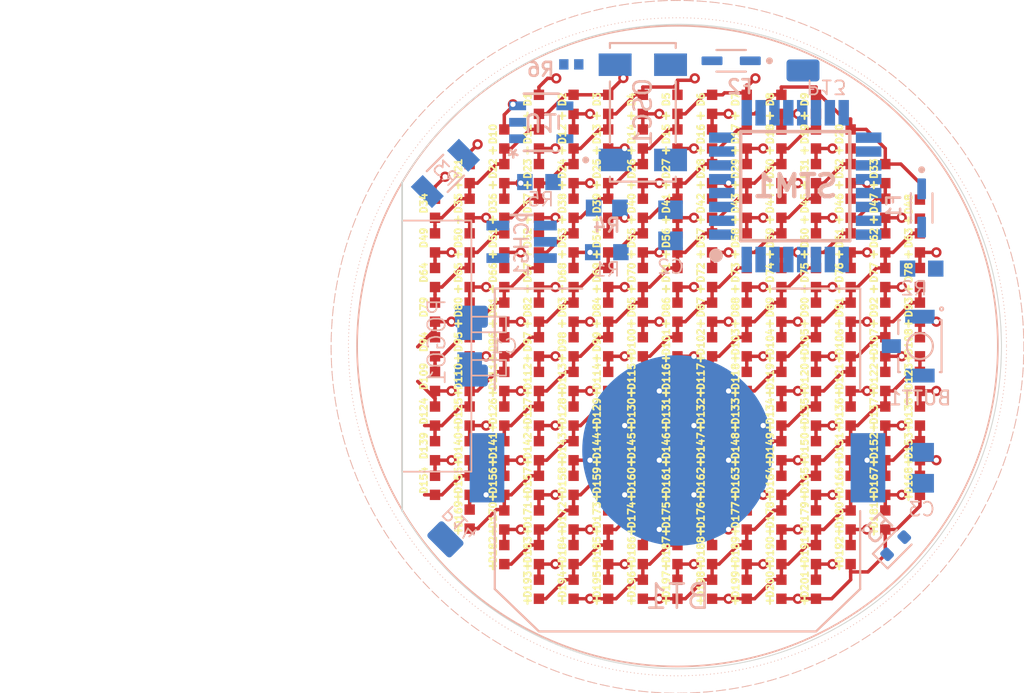
<source format=kicad_pcb>
(kicad_pcb (version 20241229) (generator "pcbnew") (generator_version "9.0")
  (layers (0 "F.Cu" signal) (4 "In1.Cu" signal) (6 "In2.Cu" signal) (2 "B.Cu" signal) (13 "F.Paste" user) (15 "B.Paste" user) (5 "F.SilkS" user "F.Silkscreen") (7 "B.SilkS" user "B.Silkscreen") (1 "F.Mask" user) (3 "B.Mask" user) (25 "Edge.Cuts" user))
  (net 0 "")
  (net 1 "Net-(CHG1-VBAT)")
  (net 2 "Net-(U1-EN)")
  (net 3 "F")
  (net 4 "B")
  (net 5 "A")
  (net 6 "N")
  (net 7 "O")
  (net 8 "D")
  (net 9 "E")
  (net 10 "H")
  (net 11 "L")
  (net 12 "J")
  (net 13 "C")
  (net 14 "G")
  (net 15 "M")
  (net 16 "K")
  (net 17 "I")
  (net 18 "P")
  (net 19 "Net-(CHG1-PROG)")
  (net 20 "Net-(STM1-PA0)")
  (net 21 "USB + ")
  (net 22 "STM_POW")
  (net 23 "Net-(STM1-PF0-OSC_IN)")
  (net 24 "Net-(CHG1-STAT)")
  (net 25 "Net-(STM1-PF1-OSC_OUT)")
  (net 27 "Net-(STM1-PB3)")
  (net 28 "Net-(STM1-PA1)")
  (net 30 "Net-(F3-A)")
  (net 31 "Net-(STM1-PA13)")
  (net 32 "GNDREF")
  (net 35 "Net-(STM1-PG10-NRST)")
  (net 36 "Net-(STM1-PA14)")
  (net 37 "Net-(D106-Pad2)")
  (net 38 "Net-(D108-Pad2)")
  (net 39 "Net-(D138-Pad2)")
  (net 40 "Net-(D168-Pad2)")
  (footprint "WL-SMCC_0402:WL-SMCC_0402" (layer "F.Cu") (at 211.5 86 -90)
    (property "Reference" "D60")
    (property "Value" "WL-SMCC_0402")
  )
  (footprint "WL-SMCC_0402:WL-SMCC_0402" (layer "F.Cu") (at 191.5 92 -90)
    (property "Reference" "D95")
    (property "Value" "WL-SMCC_0402")
  )
  (footprint "WL-SMCC_0402:WL-SMCC_0402" (layer "F.Cu") (at 215.5 86 -90)
    (property "Reference" "D62")
    (property "Value" "WL-SMCC_0402")
  )
  (footprint "WL-SMCC_0402:WL-SMCC_0402" (layer "F.Cu") (at 203.5 88 -90)
    (property "Reference" "D71")
    (property "Value" "WL-SMCC_0402")
  )
  (footprint "WL-SMCC_0402:WL-SMCC_0402" (layer "F.Cu") (at 191.5 84 -90)
    (property "Reference" "D35")
    (property "Value" "WL-SMCC_0402")
  )
  (footprint "WL-SMCC_0402:WL-SMCC_0402" (layer "F.Cu") (at 213.5 104 -90)
    (property "Reference" "D192")
    (property "Value" "WL-SMCC_0402")
  )
  (footprint "WL-SMCC_0402:WL-SMCC_0402" (layer "F.Cu") (at 193.5 92 -90)
    (property "Reference" "D96")
    (property "Value" "WL-SMCC_0402")
  )
  (footprint "WL-SMCC_0402:WL-SMCC_0402" (layer "F.Cu") (at 201.5 88 -90)
    (property "Reference" "D70")
    (property "Value" "WL-SMCC_0402")
  )
  (footprint "WL-SMCC_0402:WL-SMCC_0402" (layer "F.Cu") (at 211.5 82 -90)
    (property "Reference" "D31")
    (property "Value" "WL-SMCC_0402")
  )
  (footprint "WL-SMCC_0402:WL-SMCC_0402" (layer "F.Cu") (at 209.5 98 -90)
    (property "Reference" "D149")
    (property "Value" "WL-SMCC_0402")
  )
  (footprint "WL-SMCC_0402:WL-SMCC_0402" (layer "F.Cu") (at 203.5 82 -90)
    (property "Reference" "D27")
    (property "Value" "WL-SMCC_0402")
  )
  (footprint "WL-SMCC_0402:WL-SMCC_0402" (layer "F.Cu") (at 207.5 90 -90)
    (property "Reference" "D88")
    (property "Value" "WL-SMCC_0402")
  )
  (footprint "WL-SMCC_0402:WL-SMCC_0402" (layer "F.Cu") (at 195.5 88 -90)
    (property "Reference" "D67")
    (property "Value" "WL-SMCC_0402")
  )
  (footprint "WL-SMCC_0402:WL-SMCC_0402" (layer "F.Cu") (at 205.5 102 -90)
    (property "Reference" "D176")
    (property "Value" "WL-SMCC_0402")
  )
  (footprint "WL-SMCC_0402:WL-SMCC_0402" (layer "F.Cu") (at 207.5 102 -90)
    (property "Reference" "D177")
    (property "Value" "WL-SMCC_0402")
  )
  (footprint "WL-SMCC_0402:WL-SMCC_0402" (layer "F.Cu") (at 209.5 96 -90)
    (property "Reference" "D134")
    (property "Value" "WL-SMCC_0402")
  )
  (footprint "WL-SMCC_0402:WL-SMCC_0402" (layer "F.Cu") (at 197.5 92 -90)
    (property "Reference" "D98")
    (property "Value" "WL-SMCC_0402")
  )
  (footprint "WL-SMCC_0402:WL-SMCC_0402" (layer "F.Cu") (at 203.5 84 -90)
    (property "Reference" "D41")
    (property "Value" "WL-SMCC_0402")
  )
  (footprint "WL-SMCC_0402:WL-SMCC_0402" (layer "F.Cu") (at 207.5 84 -90)
    (property "Reference" "D43")
    (property "Value" "WL-SMCC_0402")
  )
  (footprint "WL-SMCC_0402:WL-SMCC_0402" (layer "F.Cu") (at 207.5 80 -90)
    (property "Reference" "D17")
    (property "Value" "WL-SMCC_0402")
  )
  (footprint "WL-SMCC_0402:WL-SMCC_0402" (layer "F.Cu") (at 195.5 94 -90)
    (property "Reference" "D112")
    (property "Value" "WL-SMCC_0402")
  )
  (footprint "WL-SMCC_0402:WL-SMCC_0402" (layer "F.Cu") (at 199.5 90 -90)
    (property "Reference" "D84")
    (property "Value" "WL-SMCC_0402")
  )
  (footprint "WL-SMCC_0402:WL-SMCC_0402" (layer "F.Cu") (at 211.5 102 -90)
    (property "Reference" "D179")
    (property "Value" "WL-SMCC_0402")
  )
  (footprint "WL-SMCC_0402:WL-SMCC_0402" (layer "F.Cu") (at 199.5 80 -90)
    (property "Reference" "D13")
    (property "Value" "WL-SMCC_0402")
  )
  (footprint "WL-SMCC_0402:WL-SMCC_0402" (layer "F.Cu") (at 197.5 106 -90)
    (property "Reference" "D194")
    (property "Value" "WL-SMCC_0402")
  )
  (footprint "WL-SMCC_0402:WL-SMCC_0402" (layer "F.Cu") (at 207.5 82 -90)
    (property "Reference" "D29")
    (property "Value" "WL-SMCC_0402")
  )
  (footprint "WL-SMCC_0402:WL-SMCC_0402" (layer "F.Cu") (at 211.5 104 -90)
    (property "Reference" "D191")
    (property "Value" "WL-SMCC_0402")
  )
  (footprint "WL-SMCC_0402:WL-SMCC_0402" (layer "F.Cu") (at 213.5 102 -90)
    (property "Reference" "D180")
    (property "Value" "WL-SMCC_0402")
  )
  (footprint "WL-SMCC_0402:WL-SMCC_0402" (layer "F.Cu") (at 201.5 90 -90)
    (property "Reference" "D85")
    (property "Value" "WL-SMCC_0402")
  )
  (footprint "WL-SMCC_0402:WL-SMCC_0402" (layer "F.Cu") (at 205.5 88 -90)
    (property "Reference" "D72")
    (property "Value" "WL-SMCC_0402")
  )
  (footprint "WL-SMCC_0402:WL-SMCC_0402" (layer "F.Cu") (at 211.5 94 -90)
    (property "Reference" "D120")
    (property "Value" "WL-SMCC_0402")
  )
  (footprint "WL-SMCC_0402:WL-SMCC_0402" (layer "F.Cu") (at 203.5 90 -90)
    (property "Reference" "D86")
    (property "Value" "WL-SMCC_0402")
  )
  (footprint "WL-SMCC_0402:WL-SMCC_0402" (layer "F.Cu") (at 207.5 96 -90)
    (property "Reference" "D133")
    (property "Value" "WL-SMCC_0402")
  )
  (footprint "WL-SMCC_0402:WL-SMCC_0402" (layer "F.Cu") (at 203.5 86 -90)
    (property "Reference" "D56")
    (property "Value" "WL-SMCC_0402")
  )
  (footprint "WL-SMCC_0402:WL-SMCC_0402" (layer "F.Cu") (at 193.5 94 -90)
    (property "Reference" "D111")
    (property "Value" "WL-SMCC_0402")
  )
  (footprint "WL-SMCC_0402:WL-SMCC_0402" (layer "F.Cu") (at 197.5 102 -90)
    (property "Reference" "D172")
    (property "Value" "WL-SMCC_0402")
  )
  (footprint "WL-SMCC_0402:WL-SMCC_0402" (layer "F.Cu") (at 193.5 102 -90)
    (property "Reference" "D170")
    (property "Value" "WL-SMCC_0402")
  )
  (footprint "WL-SMCC_0402:WL-SMCC_0402" (layer "F.Cu") (at 189.5 88 -90)
    (property "Reference" "D64")
    (property "Value" "WL-SMCC_0402")
  )
  (footprint "WL-SMCC_0402:WL-SMCC_0402" (layer "F.Cu") (at 189.5 92 -90)
    (property "Reference" "D94")
    (property "Value" "WL-SMCC_0402")
  )
  (footprint "WL-SMCC_0402:WL-SMCC_0402" (layer "F.Cu") (at 193.5 98 -90)
    (property "Reference" "D141")
    (property "Value" "WL-SMCC_0402")
  )
  (footprint "WL-SMCC_0402:WL-SMCC_0402" (layer "F.Cu") (at 209.5 82 -90)
    (property "Reference" "D30")
    (property "Value" "WL-SMCC_0402")
  )
  (footprint "WL-SMCC_0402:WL-SMCC_0402" (layer "F.Cu") (at 201.5 104 -90)
    (property "Reference" "D186")
    (property "Value" "WL-SMCC_0402")
  )
  (footprint "WL-SMCC_0402:WL-SMCC_0402" (layer "F.Cu") (at 199.5 96 -90)
    (property "Reference" "D129")
    (property "Value" "WL-SMCC_0402")
  )
  (footprint "WL-SMCC_0402:WL-SMCC_0402" (layer "F.Cu") (at 215.5 100 -90)
    (property "Reference" "D167")
    (property "Value" "WL-SMCC_0402")
  )
  (footprint "WL-SMCC_0402:WL-SMCC_0402" (layer "F.Cu") (at 213.5 98 -90)
    (property "Reference" "D151")
    (property "Value" "WL-SMCC_0402")
  )
  (footprint "WL-SMCC_0402:WL-SMCC_0402" (layer "F.Cu") (at 205.5 94 -90)
    (property "Reference" "D117")
    (property "Value" "WL-SMCC_0402")
  )
  (footprint "WL-SMCC_0402:WL-SMCC_0402" (layer "F.Cu") (at 199.5 82 -90)
    (property "Reference" "D25")
    (property "Value" "WL-SMCC_0402")
  )
  (footprint "WL-SMCC_0402:WL-SMCC_0402" (layer "F.Cu") (at 209.5 86 -90)
    (property "Reference" "D59")
    (property "Value" "WL-SMCC_0402")
  )
  (footprint "WL-SMCC_0402:WL-SMCC_0402" (layer "F.Cu") (at 201.5 86 -90)
    (property "Reference" "D55")
    (property "Value" "WL-SMCC_0402")
  )
  (footprint "WL-SMCC_0402:WL-SMCC_0402" (layer "F.Cu") (at 207.5 104 -90)
    (property "Reference" "D189")
    (property "Value" "WL-SMCC_0402")
  )
  (footprint "WL-SMCC_0402:WL-SMCC_0402" (layer "F.Cu") (at 215.5 90 -90)
    (property "Reference" "D92")
    (property "Value" "WL-SMCC_0402")
  )
  (footprint "WL-SMCC_0402:WL-SMCC_0402" (layer "F.Cu") (at 211.5 96 -90)
    (property "Reference" "D135")
    (property "Value" "WL-SMCC_0402")
  )
  (footprint "WL-SMCC_0402:WL-SMCC_0402" (layer "F.Cu") (at 213.5 80 -90)
    (property "Reference" "D20")
    (property "Value" "WL-SMCC_0402")
  )
  (footprint "WL-SMCC_0402:WL-SMCC_0402" (layer "F.Cu") (at 215.5 96 -90)
    (property "Reference" "D137")
    (property "Value" "WL-SMCC_0402")
  )
  (footprint "WL-SMCC_0402:WL-SMCC_0402" (layer "F.Cu") (at 195.5 82 -90)
    (property "Reference" "D23")
    (property "Value" "WL-SMCC_0402")
  )
  (footprint "WL-SMCC_0402:WL-SMCC_0402" (layer "F.Cu") (at 207.5 94 -90)
    (property "Reference" "D118")
    (property "Value" "WL-SMCC_0402")
  )
  (footprint "WL-SMCC_0402:WL-SMCC_0402" (layer "F.Cu") (at 189.5 94 -90)
    (property "Reference" "D109")
    (property "Value" "WL-SMCC_0402")
  )
  (footprint "WL-SMCC_0402:WL-SMCC_0402" (layer "F.Cu") (at 199.5 78 -90)
    (property "Reference" "D3")
    (property "Value" "WL-SMCC_0402")
  )
  (footprint "WL-SMCC_0402:WL-SMCC_0402" (layer "F.Cu") (at 191.5 94 -90)
    (property "Reference" "D110")
    (property "Value" "WL-SMCC_0402")
  )
  (footprint "WL-SMCC_0402:WL-SMCC_0402" (layer "F.Cu") (at 205.5 80 -90)
    (property "Reference" "D16")
    (property "Value" "WL-SMCC_0402")
  )
  (footprint "WL-SMCC_0402:WL-SMCC_0402" (layer "F.Cu") (at 207.5 78 -90)
    (property "Reference" "D7")
    (property "Value" "WL-SMCC_0402")
  )
  (footprint "WL-SMCC_0402:WL-SMCC_0402" (layer "F.Cu") (at 217.5 98 -90)
    (property "Reference" "D153")
    (property "Value" "WL-SMCC_0402")
  )
  (footprint "WL-SMCC_0402:WL-SMCC_0402" (layer "F.Cu") (at 207.5 88 -90)
    (property "Reference" "D73")
    (property "Value" "WL-SMCC_0402")
  )
  (footprint "WL-SMCC_0402:WL-SMCC_0402" (layer "F.Cu") (at 207.5 98 -90)
    (property "Reference" "D148")
    (property "Value" "WL-SMCC_0402")
  )
  (footprint "WL-SMCC_0402:WL-SMCC_0402" (layer "F.Cu") (at 209.5 84 -90)
    (property "Reference" "D44")
    (property "Value" "WL-SMCC_0402")
  )
  (footprint "WL-SMCC_0402:WL-SMCC_0402" (layer "F.Cu") (at 203.5 80 -90)
    (property "Reference" "D15")
    (property "Value" "WL-SMCC_0402")
  )
  (footprint "WL-SMCC_0402:WL-SMCC_0402" (layer "F.Cu") (at 193.5 86 -90)
    (property "Reference" "D51")
    (property "Value" "WL-SMCC_0402")
  )
  (footprint "WL-SMCC_0402:WL-SMCC_0402" (layer "F.Cu") (at 211.5 92 -90)
    (property "Reference" "D105")
    (property "Value" "WL-SMCC_0402")
  )
  (footprint "WL-SMCC_0402:WL-SMCC_0402" (layer "F.Cu") (at 197.5 98 -90)
    (property "Reference" "D143")
    (property "Value" "WL-SMCC_0402")
  )
  (footprint "WL-SMCC_0402:WL-SMCC_0402" (layer "F.Cu") (at 197.5 86 -90)
    (property "Reference" "D53")
    (property "Value" "WL-SMCC_0402")
  )
  (footprint "WL-SMCC_0402:WL-SMCC_0402" (layer "F.Cu") (at 211.5 80 -90)
    (property "Reference" "D19")
    (property "Value" "WL-SMCC_0402")
  )
  (footprint "WL-SMCC_0402:WL-SMCC_0402" (layer "F.Cu") (at 195.5 98 -90)
    (property "Reference" "D142")
    (property "Value" "WL-SMCC_0402")
  )
  (footprint "WL-SMCC_0402:WL-SMCC_0402" (layer "F.Cu") (at 217.5 100 -90)
    (property "Reference" "D168")
    (property "Value" "WL-SMCC_0402")
  )
  (footprint "WL-SMCC_0402:WL-SMCC_0402" (layer "F.Cu") (at 217.5 96 -90)
    (property "Reference" "D138")
    (property "Value" "WL-SMCC_0402")
  )
  (footprint "WL-SMCC_0402:WL-SMCC_0402" (layer "F.Cu") (at 217.5 90 -90)
    (property "Reference" "D93")
    (property "Value" "WL-SMCC_0402")
  )
  (footprint "WL-SMCC_0402:WL-SMCC_0402" (layer "F.Cu") (at 203.5 98 -90)
    (property "Reference" "D146")
    (property "Value" "WL-SMCC_0402")
  )
  (footprint "WL-SMCC_0402:WL-SMCC_0402" (layer "F.Cu") (at 191.5 88 -90)
    (property "Reference" "D65")
    (property "Value" "WL-SMCC_0402")
  )
  (footprint "WL-SMCC_0402:WL-SMCC_0402" (layer "F.Cu") (at 205.5 98 -90)
    (property "Reference" "D147")
    (property "Value" "WL-SMCC_0402")
  )
  (footprint "WL-SMCC_0402:WL-SMCC_0402" (layer "F.Cu") (at 205.5 104 -90)
    (property "Reference" "D188")
    (property "Value" "WL-SMCC_0402")
  )
  (footprint "WL-SMCC_0402:WL-SMCC_0402" (layer "F.Cu") (at 197.5 96 -90)
    (property "Reference" "D128")
    (property "Value" "WL-SMCC_0402")
  )
  (footprint "WL-SMCC_0402:WL-SMCC_0402" (layer "F.Cu") (at 197.5 84 -90)
    (property "Reference" "D38")
    (property "Value" "WL-SMCC_0402")
  )
  (footprint "WL-SMCC_0402:WL-SMCC_0402" (layer "F.Cu") (at 215.5 94 -90)
    (property "Reference" "D122")
    (property "Value" "WL-SMCC_0402")
  )
  (footprint "WL-SMCC_0402:WL-SMCC_0402" (layer "F.Cu") (at 199.5 102 -90)
    (property "Reference" "D173")
    (property "Value" "WL-SMCC_0402")
  )
  (footprint "WL-SMCC_0402:WL-SMCC_0402" (layer "F.Cu") (at 213.5 92 -90)
    (property "Reference" "D106")
    (property "Value" "WL-SMCC_0402")
  )
  (footprint "WL-SMCC_0402:WL-SMCC_0402" (layer "F.Cu") (at 205.5 84 -90)
    (property "Reference" "D42")
    (property "Value" "WL-SMCC_0402")
  )
  (footprint "WL-SMCC_0402:WL-SMCC_0402" (layer "F.Cu") (at 195.5 102 -90)
    (property "Reference" "D171")
    (property "Value" "WL-SMCC_0402")
  )
  (footprint "WL-SMCC_0402:WL-SMCC_0402" (layer "F.Cu") (at 215.5 82 -90)
    (property "Reference" "D33")
    (property "Value" "WL-SMCC_0402")
  )
  (footprint "WL-SMCC_0402:WL-SMCC_0402" (layer "F.Cu") (at 191.5 96 -90)
    (property "Reference" "D125")
    (property "Value" "WL-SMCC_0402")
  )
  (footprint "WL-SMCC_0402:WL-SMCC_0402" (layer "F.Cu") (at 191.5 82 -90)
    (property "Reference" "D21")
    (property "Value" "WL-SMCC_0402")
  )
  (footprint "WL-SMCC_0402:WL-SMCC_0402" (layer "F.Cu") (at 205.5 90 -90)
    (property "Reference" "D87")
    (property "Value" "WL-SMCC_0402")
  )
  (footprint "WL-SMCC_0402:WL-SMCC_0402" (layer "F.Cu") (at 193.5 88 -90)
    (property "Reference" "D66")
    (property "Value" "WL-SMCC_0402")
  )
  (footprint "WL-SMCC_0402:WL-SMCC_0402" (layer "F.Cu") (at 189.5 100 -90)
    (property "Reference" "D154")
    (property "Value" "WL-SMCC_0402")
  )
  (footprint "WL-SMCC_0402:WL-SMCC_0402" (layer "F.Cu") (at 205.5 100 -90)
    (property "Reference" "D162")
    (property "Value" "WL-SMCC_0402")
  )
  (footprint "WL-SMCC_0402:WL-SMCC_0402" (layer "F.Cu") (at 189.5 90 -90)
    (property "Reference" "D79")
    (property "Value" "WL-SMCC_0402")
  )
  (footprint "WL-SMCC_0402:WL-SMCC_0402" (layer "F.Cu") (at 213.5 88 -90)
    (property "Reference" "D76")
    (property "Value" "WL-SMCC_0402")
  )
  (footprint "WL-SMCC_0402:WL-SMCC_0402" (layer "F.Cu") (at 207.5 86 -90)
    (property "Reference" "D58")
    (property "Value" "WL-SMCC_0402")
  )
  (footprint "WL-SMCC_0402:WL-SMCC_0402" (layer "F.Cu") (at 211.5 78 -90)
    (property "Reference" "D9")
    (property "Value" "WL-SMCC_0402")
  )
  (footprint "WL-SMCC_0402:WL-SMCC_0402" (layer "F.Cu") (at 209.5 80 -90)
    (property "Reference" "D18")
    (property "Value" "WL-SMCC_0402")
  )
  (footprint "WL-SMCC_0402:WL-SMCC_0402" (layer "F.Cu") (at 195.5 106 -90)
    (property "Reference" "D193")
    (property "Value" "WL-SMCC_0402")
  )
  (footprint "WL-SMCC_0402:WL-SMCC_0402" (layer "F.Cu") (at 207.5 106 -90)
    (property "Reference" "D199")
    (property "Value" "WL-SMCC_0402")
  )
  (footprint "WL-SMCC_0402:WL-SMCC_0402" (layer "F.Cu") (at 195.5 90 -90)
    (property "Reference" "D82")
    (property "Value" "WL-SMCC_0402")
  )
  (footprint "WL-SMCC_0402:WL-SMCC_0402" (layer "F.Cu") (at 209.5 92 -90)
    (property "Reference" "D104")
    (property "Value" "WL-SMCC_0402")
  )
  (footprint "WL-SMCC_0402:WL-SMCC_0402" (layer "F.Cu") (at 195.5 84 -90)
    (property "Reference" "D37")
    (property "Value" "WL-SMCC_0402")
  )
  (footprint "WL-SMCC_0402:WL-SMCC_0402" (layer "F.Cu") (at 201.5 96 -90)
    (property "Reference" "D130")
    (property "Value" "WL-SMCC_0402")
  )
  (footprint "WL-SMCC_0402:WL-SMCC_0402" (layer "F.Cu") (at 217.5 92 -90)
    (property "Reference" "D108")
    (property "Value" "WL-SMCC_0402")
  )
  (footprint "WL-SMCC_0402:WL-SMCC_0402" (layer "F.Cu") (at 211.5 98 -90)
    (property "Reference" "D150")
    (property "Value" "WL-SMCC_0402")
  )
  (footprint "WL-SMCC_0402:WL-SMCC_0402" (layer "F.Cu") (at 217.5 94 -90)
    (property "Reference" "D123")
    (property "Value" "WL-SMCC_0402")
  )
  (footprint "WL-SMCC_0402:WL-SMCC_0402" (layer "F.Cu") (at 203.5 106 -90)
    (property "Reference" "D197")
    (property "Value" "WL-SMCC_0402")
  )
  (footprint "WL-SMCC_0402:WL-SMCC_0402" (layer "F.Cu") (at 201.5 106 -90)
    (property "Reference" "D196")
    (property "Value" "WL-SMCC_0402")
  )
  (footprint "WL-SMCC_0402:WL-SMCC_0402" (layer "F.Cu") (at 191.5 101.95 -90)
    (property "Reference" "D169")
    (property "Value" "WL-SMCC_0402")
  )
  (footprint "WL-SMCC_0402:WL-SMCC_0402" (layer "F.Cu") (at 205.5 92 -90)
    (property "Reference" "D102")
    (property "Value" "WL-SMCC_0402")
  )
  (footprint "WL-SMCC_0402:WL-SMCC_0402" (layer "F.Cu") (at 197.5 82 -90)
    (property "Reference" "D24")
    (property "Value" "WL-SMCC_0402")
  )
  (footprint "WL-SMCC_0402:WL-SMCC_0402" (layer "F.Cu") (at 203.5 92 -90)
    (property "Reference" "D101")
    (property "Value" "WL-SMCC_0402")
  )
  (footprint "WL-SMCC_0402:WL-SMCC_0402" (layer "F.Cu") (at 193.5 96 -90)
    (property "Reference" "D126")
    (property "Value" "WL-SMCC_0402")
  )
  (footprint "WL-SMCC_0402:WL-SMCC_0402" (layer "F.Cu") (at 199.5 92 -90)
    (property "Reference" "D99")
    (property "Value" "WL-SMCC_0402")
  )
  (footprint "WL-SMCC_0402:WL-SMCC_0402" (layer "F.Cu") (at 201.5 82 -90)
    (property "Reference" "D26")
    (property "Value" "WL-SMCC_0402")
  )
  (footprint "WL-SMCC_0402:WL-SMCC_0402" (layer "F.Cu") (at 207.5 100 -90)
    (property "Reference" "D163")
    (property "Value" "WL-SMCC_0402")
  )
  (footprint "WL-SMCC_0402:WL-SMCC_0402" (layer "F.Cu") (at 199.5 84 -90)
    (property "Reference" "D39")
    (property "Value" "WL-SMCC_0402")
  )
  (footprint "WL-SMCC_0402:WL-SMCC_0402" (layer "F.Cu") (at 197.5 94 -90)
    (property "Reference" "D113")
    (property "Value" "WL-SMCC_0402")
  )
  (footprint "WL-SMCC_0402:WL-SMCC_0402" (layer "F.Cu") (at 195.5 104 -90)
    (property "Reference" "D183")
    (property "Value" "WL-SMCC_0402")
  )
  (footprint "WL-SMCC_0402:WL-SMCC_0402" (layer "F.Cu") (at 199.5 106 -90)
    (property "Reference" "D195")
    (property "Value" "WL-SMCC_0402")
  )
  (footprint "WL-SMCC_0402:WL-SMCC_0402" (layer "F.Cu") (at 195.5 80 -90)
    (property "Reference" "D11")
    (property "Value" "WL-SMCC_0402")
  )
  (footprint "WL-SMCC_0402:WL-SMCC_0402" (layer "F.Cu") (at 209.5 88 -90)
    (property "Reference" "D74")
    (property "Value" "WL-SMCC_0402")
  )
  (footprint "WL-SMCC_0402:WL-SMCC_0402" (layer "F.Cu") (at 189.5 84 -90)
    (property "Reference" "D34")
    (property "Value" "WL-SMCC_0402")
  )
  (footprint "WL-SMCC_0402:WL-SMCC_0402" (layer "F.Cu") (at 189.5 98 -90)
    (property "Reference" "D139")
    (property "Value" "WL-SMCC_0402")
  )
  (footprint "WL-SMCC_0402:WL-SMCC_0402" (layer "F.Cu") (at 205.5 96 -90)
    (property "Reference" "D132")
    (property "Value" "WL-SMCC_0402")
  )
  (footprint "WL-SMCC_0402:WL-SMCC_0402" (layer "F.Cu") (at 213.5 90 -90)
    (property "Reference" "D91")
    (property "Value" "WL-SMCC_0402")
  )
  (footprint "WL-SMCC_0402:WL-SMCC_0402" (layer "F.Cu") (at 199.5 104 -90)
    (property "Reference" "D185")
    (property "Value" "WL-SMCC_0402")
  )
  (footprint "WL-SMCC_0402:WL-SMCC_0402" (layer "F.Cu") (at 203.5 78 -90)
    (property "Reference" "D5")
    (property "Value" "WL-SMCC_0402")
  )
  (footprint "WL-SMCC_0402:WL-SMCC_0402" (layer "F.Cu") (at 205.5 106 -90)
    (property "Reference" "D198")
    (property "Value" "WL-SMCC_0402")
  )
  (footprint "WL-SMCC_0402:WL-SMCC_0402" (layer "F.Cu") (at 209.5 90 -90)
    (property "Reference" "D89")
    (property "Value" "WL-SMCC_0402")
  )
  (footprint "WL-SMCC_0402:WL-SMCC_0402" (layer "F.Cu") (at 211.5 88 -90)
    (property "Reference" "D75")
    (property "Value" "WL-SMCC_0402")
  )
  (footprint "WL-SMCC_0402:WL-SMCC_0402" (layer "F.Cu") (at 215.5 98 -90)
    (property "Reference" "D152")
    (property "Value" "WL-SMCC_0402")
  )
  (footprint "WL-SMCC_0402:WL-SMCC_0402" (layer "F.Cu") (at 209.5 100 -90)
    (property "Reference" "D164")
    (property "Value" "WL-SMCC_0402")
  )
  (footprint "WL-SMCC_0402:WL-SMCC_0402" (layer "F.Cu") (at 195.5 86 -90)
    (property "Reference" "D52")
    (property "Value" "WL-SMCC_0402")
  )
  (footprint "WL-SMCC_0402:WL-SMCC_0402" (layer "F.Cu") (at 195.5 92 -90)
    (property "Reference" "D97")
    (property "Value" "WL-SMCC_0402")
  )
  (footprint "WL-SMCC_0402:WL-SMCC_0402" (layer "F.Cu") (at 197.5 100 -90)
    (property "Reference" "D158")
    (property "Value" "WL-SMCC_0402")
  )
  (footprint "WL-SMCC_0402:WL-SMCC_0402" (layer "F.Cu") (at 195.5 78 -90)
    (property "Reference" "D1")
    (property "Value" "WL-SMCC_0402")
  )
  (footprint "WL-SMCC_0402:WL-SMCC_0402" (layer "F.Cu") (at 199.5 100 -90)
    (property "Reference" "D159")
    (property "Value" "WL-SMCC_0402")
  )
  (footprint "WL-SMCC_0402:WL-SMCC_0402" (layer "F.Cu") (at 199.5 94 -90)
    (property "Reference" "D114")
    (property "Value" "WL-SMCC_0402")
  )
  (footprint "WL-SMCC_0402:WL-SMCC_0402" (layer "F.Cu") (at 203.5 102 -90)
    (property "Reference" "D175")
    (property "Value" "WL-SMCC_0402")
  )
  (footprint "WL-SMCC_0402:WL-SMCC_0402" (layer "F.Cu") (at 215.5 84 -90)
    (property "Reference" "D47")
    (property "Value" "WL-SMCC_0402")
  )
  (footprint "WL-SMCC_0402:WL-SMCC_0402" (layer "F.Cu") (at 211.5 84 -90)
    (property "Reference" "D45")
    (property "Value" "WL-SMCC_0402")
  )
  (footprint "WL-SMCC_0402:WL-SMCC_0402" (layer "F.Cu") (at 199.5 86 -90)
    (property "Reference" "D54")
    (property "Value" "WL-SMCC_0402")
  )
  (footprint "WL-SMCC_0402:WL-SMCC_0402" (layer "F.Cu") (at 189.5 96 -90)
    (property "Reference" "D124")
    (property "Value" "WL-SMCC_0402")
  )
  (footprint "WL-SMCC_0402:WL-SMCC_0402" (layer "F.Cu") (at 191.5 86 -90)
    (property "Reference" "D50")
    (property "Value" "WL-SMCC_0402")
  )
  (footprint "WL-SMCC_0402:WL-SMCC_0402" (layer "F.Cu") (at 201.5 80 -90)
    (property "Reference" "D14")
    (property "Value" "WL-SMCC_0402")
  )
  (footprint "WL-SMCC_0402:WL-SMCC_0402" (layer "F.Cu") (at 191.5 98 -90)
    (property "Reference" "D140")
    (property "Value" "WL-SMCC_0402")
  )
  (footprint "WL-SMCC_0402:WL-SMCC_0402" (layer "F.Cu") (at 201.5 100 -90)
    (property "Reference" "D160")
    (property "Value" "WL-SMCC_0402")
  )
  (footprint "WL-SMCC_0402:WL-SMCC_0402" (layer "F.Cu") (at 197.5 90 -90)
    (property "Reference" "D83")
    (property "Value" "WL-SMCC_0402")
  )
  (footprint "WL-SMCC_0402:WL-SMCC_0402" (layer "F.Cu") (at 213.5 82 -90)
    (property "Reference" "D32")
    (property "Value" "WL-SMCC_0402")
  )
  (footprint "WL-SMCC_0402:WL-SMCC_0402" (layer "F.Cu") (at 217.5 86 -90)
    (property "Reference" "D63")
    (property "Value" "WL-SMCC_0402")
  )
  (footprint "WL-SMCC_0402:WL-SMCC_0402" (layer "F.Cu") (at 201.5 102 -90)
    (property "Reference" "D174")
    (property "Value" "WL-SMCC_0402")
  )
  (footprint "WL-SMCC_0402:WL-SMCC_0402" (layer "F.Cu") (at 203.5 94 -90)
    (property "Reference" "D116")
    (property "Value" "WL-SMCC_0402")
  )
  (footprint "WL-SMCC_0402:WL-SMCC_0402" (layer "F.Cu") (at 195.5 100 -90)
    (property "Reference" "D157")
    (property "Value" "WL-SMCC_0402")
  )
  (footprint "WL-SMCC_0402:WL-SMCC_0402" (layer "F.Cu") (at 207.5 92 -90)
    (property "Reference" "D103")
    (property "Value" "WL-SMCC_0402")
  )
  (footprint "WL-SMCC_0402:WL-SMCC_0402" (layer "F.Cu") (at 213.5 86 -90)
    (property "Reference" "D61")
    (property "Value" "WL-SMCC_0402")
  )
  (footprint "WL-SMCC_0402:WL-SMCC_0402" (layer "F.Cu") (at 193.5 104 -90)
    (property "Reference" "D182")
    (property "Value" "WL-SMCC_0402")
  )
  (footprint "WL-SMCC_0402:WL-SMCC_0402" (layer "F.Cu") (at 203.5 104 -90)
    (property "Reference" "D187")
    (property "Value" "WL-SMCC_0402")
  )
  (footprint "WL-SMCC_0402:WL-SMCC_0402" (layer "F.Cu") (at 193.5 84 -90)
    (property "Reference" "D36")
    (property "Value" "WL-SMCC_0402")
  )
  (footprint "WL-SMCC_0402:WL-SMCC_0402" (layer "F.Cu") (at 205.5 86 -90)
    (property "Reference" "D57")
    (property "Value" "WL-SMCC_0402")
  )
  (footprint "WL-SMCC_0402:WL-SMCC_0402" (layer "F.Cu") (at 193.5 80 -90)
    (property "Reference" "D10")
    (property "Value" "WL-SMCC_0402")
  )
  (footprint "WL-SMCC_0402:WL-SMCC_0402" (layer "F.Cu") (at 211.5 106 -90)
    (property "Reference" "D201")
    (property "Value" "WL-SMCC_0402")
  )
  (footprint "WL-SMCC_0402:WL-SMCC_0402" (layer "F.Cu") (at 209.5 102 -90)
    (property "Reference" "D178")
    (property "Value" "WL-SMCC_0402")
  )
  (footprint "WL-SMCC_0402:WL-SMCC_0402" (layer "F.Cu") (at 209.5 104 -90)
    (property "Reference" "D190")
    (property "Value" "WL-SMCC_0402")
  )
  (footprint "WL-SMCC_0402:WL-SMCC_0402" (layer "F.Cu") (at 191.5 90 -90)
    (property "Reference" "D80")
    (property "Value" "WL-SMCC_0402")
  )
  (footprint "WL-SMCC_0402:WL-SMCC_0402" (layer "F.Cu") (at 201.5 78 -90)
    (property "Reference" "D4")
    (property "Value" "WL-SMCC_0402")
  )
  (footprint "WL-SMCC_0402:WL-SMCC_0402" (layer "F.Cu") (at 197.5 88 -90)
    (property "Reference" "D68")
    (property "Value" "WL-SMCC_0402")
  )
  (footprint "WL-SMCC_0402:WL-SMCC_0402" (layer "F.Cu") (at 215.5 88 -90)
    (property "Reference" "D77")
    (property "Value" "WL-SMCC_0402")
  )
  (footprint "WL-SMCC_0402:WL-SMCC_0402" (layer "F.Cu") (at 209.5 94 -90)
    (property "Reference" "D119")
    (property "Value" "WL-SMCC_0402")
  )
  (footprint "WL-SMCC_0402:WL-SMCC_0402" (layer "F.Cu") (at 213.5 84 -90)
    (property "Reference" "D46")
    (property "Value" "WL-SMCC_0402")
  )
  (footprint "WL-SMCC_0402:WL-SMCC_0402" (layer "F.Cu") (at 199.5 88 -90)
    (property "Reference" "D69")
    (property "Value" "WL-SMCC_0402")
  )
  (footprint "WL-SMCC_0402:WL-SMCC_0402" (layer "F.Cu") (at 197.5 104 -90)
    (property "Reference" "D184")
    (property "Value" "WL-SMCC_0402")
  )
  (footprint "WL-SMCC_0402:WL-SMCC_0402" (layer "F.Cu") (at 211.5 100 -90)
    (property "Reference" "D165")
    (property "Value" "WL-SMCC_0402")
  )
  (footprint "WL-SMCC_0402:WL-SMCC_0402" (layer "F.Cu") (at 199.5 98 -90)
    (property "Reference" "D144")
    (property "Value" "WL-SMCC_0402")
  )
  (footprint "WL-SMCC_0402:WL-SMCC_0402" (layer "F.Cu") (at 211.5 90 -90)
    (property "Reference" "D90")
    (property "Value" "WL-SMCC_0402")
  )
  (footprint "WL-SMCC_0402:WL-SMCC_0402" (layer "F.Cu") (at 193.5 100 -90)
    (property "Reference" "D156")
    (property "Value" "WL-SMCC_0402")
  )
  (footprint "WL-SMCC_0402:WL-SMCC_0402" (layer "F.Cu") (at 205.5 82 -90)
    (property "Reference" "D28")
    (property "Value" "WL-SMCC_0402")
  )
  (footprint "WL-SMCC_0402:WL-SMCC_0402" (layer "F.Cu") (at 205.5 78 -90)
    (property "Reference" "D6")
    (property "Value" "WL-SMCC_0402")
  )
  (footprint "WL-SMCC_0402:WL-SMCC_0402" (layer "F.Cu") (at 209.5 78 -90)
    (property "Reference" "D8")
    (property "Value" "WL-SMCC_0402")
  )
  (footprint "WL-SMCC_0402:WL-SMCC_0402" (layer "F.Cu") (at 213.5 94 -90)
    (property "Reference" "D121")
    (property "Value" "WL-SMCC_0402")
  )
  (footprint "WL-SMCC_0402:WL-SMCC_0402" (layer "F.Cu") (at 217.5 84.05 -90)
    (property "Reference" "D48")
    (property "Value" "WL-SMCC_0402")
  )
  (footprint "WL-SMCC_0402:WL-SMCC_0402" (layer "F.Cu") (at 217.5 88 -90)
    (property "Reference" "D78")
    (property "Value" "WL-SMCC_0402")
  )
  (footprint "WL-SMCC_0402:WL-SMCC_0402" (layer "F.Cu") (at 201.5 94 -90)
    (property "Reference" "D115")
    (property "Value" "WL-SMCC_0402")
  )
  (footprint "WL-SMCC_0402:WL-SMCC_0402" (layer "F.Cu") (at 195.5 96 -90)
    (property "Reference" "D127")
    (property "Value" "WL-SMCC_0402")
  )
  (footprint "WL-SMCC_0402:WL-SMCC_0402" (layer "F.Cu") (at 189.5 86 -90)
    (property "Reference" "D49")
    (property "Value" "WL-SMCC_0402")
  )
  (footprint "WL-SMCC_0402:WL-SMCC_0402" (layer "F.Cu") (at 215.5 92 -90)
    (property "Reference" "D107")
    (property "Value" "WL-SMCC_0402")
  )
  (footprint "WL-SMCC_0402:WL-SMCC_0402" (layer "F.Cu") (at 197.5 80 -90)
    (property "Reference" "D12")
    (property "Value" "WL-SMCC_0402")
  )
  (footprint "WL-SMCC_0402:WL-SMCC_0402" (layer "F.Cu") (at 203.5 96 -90)
    (property "Reference" "D131")
    (property "Value" "WL-SMCC_0402")
  )
  (footprint "WL-SMCC_0402:WL-SMCC_0402" (layer "F.Cu") (at 201.5 92 -90)
    (property "Reference" "D100")
    (property "Value" "WL-SMCC_0402")
  )
  (footprint "WL-SMCC_0402:WL-SMCC_0402" (layer "F.Cu") (at 197.5 78 -90)
    (property "Reference" "D2")
    (property "Value" "WL-SMCC_0402")
  )
  (footprint "WL-SMCC_0402:WL-SMCC_0402" (layer "F.Cu") (at 209.5 106 -90)
    (property "Reference" "D200")
    (property "Value" "WL-SMCC_0402")
  )
  (footprint "WL-SMCC_0402:WL-SMCC_0402" (layer "F.Cu") (at 213.5 100 -90)
    (property "Reference" "D166")
    (property "Value" "WL-SMCC_0402")
  )
  (footprint "WL-SMCC_0402:WL-SMCC_0402" (layer "F.Cu") (at 193.5 90 -90)
    (property "Reference" "D81")
    (property "Value" "WL-SMCC_0402")
  )
  (footprint "WL-SMCC_0402:WL-SMCC_0402" (layer "F.Cu") (at 201.5 98 -90)
    (property "Reference" "D145")
    (property "Value" "WL-SMCC_0402")
  )
  (footprint "WL-SMCC_0402:WL-SMCC_0402" (layer "F.Cu") (at 191.5 100 -90)
    (property "Reference" "D155")
    (property "Value" "WL-SMCC_0402")
  )
  (footprint "WL-SMCC_0402:WL-SMCC_0402" (layer "F.Cu") (at 215.5 102 -90)
    (property "Reference" "D181")
    (property "Value" "WL-SMCC_0402")
  )
  (footprint "WL-SMCC_0402:WL-SMCC_0402" (layer "F.Cu") (at 213.5 96 -90)
    (property "Reference" "D136")
    (property "Value" "WL-SMCC_0402")
  )
  (footprint "WL-SMCC_0402:WL-SMCC_0402" (layer "F.Cu") (at 203.5 100 -90)
    (property "Reference" "D161")
    (property "Value" "WL-SMCC_0402")
  )
  (footprint "WL-SMCC_0402:WL-SMCC_0402" (layer "F.Cu") (at 193.5 82 -90)
    (property "Reference" "D22")
    (property "Value" "WL-SMCC_0402")
  )
  (footprint "WL-SMCC_0402:WL-SMCC_0402" (layer "F.Cu") (at 201.5 84 -90)
    (property "Reference" "D40")
    (property "Value" "WL-SMCC_0402")
  )
  (footprint "RN73H1JTTD5052F50:RN73H1JTTD5052F50" (layer "B.Cu") (at 199.4176 86.5365 180)
    (property "Reference" "R1")
    (property "Value" "RN73H1JTTD5052F50")
  )
  (footprint "GRM21BC81E106ME51K:CAPC2012X140N" (layer "B.Cu") (at 203.1 84.9865 90)
    (property "Reference" "C2")
    (property "Value" "GRM21BC81E106ME51K")
  )
  (footprint "B3U_1100P:SW_B3U-1100P" (layer "B.Cu") (at 217.499999 91.9625 90)
    (property "Reference" "BUTT1")
    (property "Value" "B3U-1100P")
  )
  (footprint "GRM21BC81E106ME51K:CAPC2012X140N" (layer "B.Cu") (at 217.6 98.9865 90)
    (property "Reference" "C3")
    (property "Value" "GRM21BC81E106ME51K")
  )
  (footprint "RC1206FR_07120KL:RC1206FR_07120KL" (layer "B.Cu") (at 190.1 81.9865 -135)
    (property "Reference" "R3")
    (property "Value" "RC1206FR-07120KL")
  )
  (footprint "STM32G431KBT6:QFP80P900X900X160-32N" (layer "B.Cu") (at 210.3 82.7245)
    (property "Reference" "STM1")
    (property "Value" "STM32G431KBT6" (hide yes))
  )
  (footprint "WL-SMCC_0402:Untitled" (layer "B.Cu") (at 184.6 91.9625)
    (property "Reference" "POGO1")
    (property "Value" "~")
  )
  (footprint "MC-306_32.7680K-E0_PURE_SN:MC-306_32.7680K-E0_PURE_SN" (layer "B.Cu") (at 201.499999 78.4625)
    (property "Reference" "OSC1")
    (property "Value" "MC-306_32.7680K-E0_PURE_SN")
  )
  (footprint "RMCF0603FT300K:RMCF0603FT300K" (layer "B.Cu") (at 199.4176 83.9865 180)
    (property "Reference" "R4")
    (property "Value" "RMCF0603FT300K")
  )
  (footprint "BAS3010A03WE6327HTSA1:SOD2513X110N" (layer "B.Cu") (at 217.6 83.9865 -90)
    (property "Reference" "F1")
    (property "Value" "BAS3010A03WE6327HTSA1")
  )
  (footprint "GRM21BC81E106ME51K:CAPC2012X140N" (layer "B.Cu") (at 191.5 91.9625 90)
    (property "Reference" "C1")
    (property "Value" "GRM21BC81E106ME51K")
  )
  (footprint "RN73H1JTTD5052F50:RN73H1JTTD5052F50" (layer "B.Cu") (at 195.5 82.4865 180)
    (property "Reference" "R5")
    (property "Value" "RN73H1JTTD5052F50")
  )
  (footprint "TPS7A0230PDBVR:TPS7A0230PDBVR" (layer "B.Cu") (at 195.6348 79.0365)
    (property "Reference" "U1")
    (property "Value" "TPS7A0230PDBVR")
  )
  (footprint "RN73H1JTTD5052F50:RN73H1JTTD5052F50" (layer "B.Cu") (at 217.6 87.4865)
    (property "Reference" "R2")
    (property "Value" "RN73H1JTTD5052F50")
  )
  (footprint "BAT-HLD-003-SMT:BAT_BAT-HLD-003-SMT_CUT" (layer "B.Cu") (at 203.5 97.8865)
    (property "Reference" "BT1")
    (property "Value" "BAT-HLD-003-SMT")
  )
  (footprint "MCP73832T_2ACI_OT:SOT95P270X145-5N" (layer "B.Cu") (at 194.499999 85.9398 180)
    (property "Reference" "CHG1")
    (property "Value" "MCP73832T-2ACI_OT")
  )
  (footprint "WL-SMCC_0402:PROGPAD" (layer "B.Cu") (at 189.7464 102.0594 -45)
    (property "Reference" "P14")
    (property "Value" "~")
  )
  (footprint "WL-SMCC_0402:PROGPAD" (layer "B.Cu") (at 209.7488 75.544)
    (property "Reference" "P13")
    (property "Value" "~")
  )
  (footprint "RC1005F103CS:RESC1005X40N" (layer "B.Cu") (at 197.3678 75.6928 180)
    (property "Reference" "R6")
    (property "Value" "RC1005F103CS")
  )
  (footprint "Diode_SMD:D_SOD-523" (layer "B.Cu") (at 216.099999 103.4865 45)
    (property "Reference" "F3")
    (property "Value" "1N4148WT")
  )
  (footprint "BAS3010A03WE6327HTSA1:SOD2513X110N" (layer "B.Cu") (at 206.6 75.4865 180)
    (property "Reference" "F2")
    (property "Value" "BAS3010A03WE6327HTSA1")
  )
  (gr_circle (center 203.5 92) (end 222.5 92) (stroke (width 0.05) (type dot)) (fill no) (layer "B.SilkS"))
  (gr_circle (center 203.5 91.962535) (end 222 91.962535) (stroke (width 0.1)) (fill no) (layer "B.SilkS"))
  (gr_circle (center 203.5 92) (end 219.5 104) (stroke (width 0.05) (type dash)) (fill no) (layer "B.SilkS"))
  (gr_line (start 187.6 101.4865) (end 187.6 82.4865) (stroke (width 0.1)) (layer "Edge.Cuts"))
  (gr_arc (start 187.6 82.4865) (mid 222.207794 91.9865) (end 187.6 101.4865) (stroke (width 0.05)) (layer "Edge.Cuts"))
  (segment (start 207.5 105.45) (end 207.5 104.55) (width 0.2) (layer "F.Cu") (net 3))
  (segment (start 189.5 87) (end 189.5 86.55) (width 0.2) (layer "F.Cu") (net 3))
  (segment (start 207.5 104.55) (end 208.45 104.55) (width 0.2) (layer "F.Cu") (net 3))
  (segment (start 217.5 101.2) (end 216.15 102.55) (width 0.2) (layer "F.Cu") (net 3))
  (segment (start 216.15 102.55) (end 215.5 102.55) (width 0.2) (layer "F.Cu") (net 3))
  (segment (start 197.5 95.45) (end 197.5 94.55) (width 0.2) (layer "F.Cu") (net 3))
  (segment (start 199.5 96.55) (end 200.45 96.55) (width 0.2) (layer "F.Cu") (net 3))
  (segment (start 201.5 98.55) (end 202.45 98.55) (width 0.2) (layer "F.Cu") (net 3))
  (segment (start 189.5 86.55) (end 190.45 86.55) (width 0.2) (layer "F.Cu") (net 3))
  (segment (start 213.5 105) (end 214.5 105) (width 0.2) (layer "F.Cu") (net 3))
  (segment (start 189.5 87.45) (end 189.5 87) (width 0.2) (layer "F.Cu") (net 3))
  (segment (start 205.5 102.55) (end 206.45 102.55) (width 0.2) (layer "F.Cu") (net 3))
  (segment (start 199.5 97.45) (end 199.5 96.55) (width 0.2) (layer "F.Cu") (net 3))
  (segment (start 212.4 106.55) (end 213.5 105.45) (width 0.2) (layer "F.Cu") (net 3))
  (segment (start 211.5 106.55) (end 212.4 106.55) (width 0.2) (layer "F.Cu") (net 3))
  (segment (start 193.5 90.55) (end 194.45 90.55) (width 0.2) (layer "F.Cu") (net 3))
  (segment (start 195.5 93.45) (end 195.5 92.55) (width 0.2) (layer "F.Cu") (net 3))
  (segment (start 209.5 106.55) (end 210.45 106.55) (width 0.2) (layer "F.Cu") (net 3))
  (segment (start 191.5 88.55) (end 192.45 88.55) (width 0.2) (layer "F.Cu") (net 3))
  (segment (start 215.5 104) (end 215.5 102.55) (width 0.2) (layer "F.Cu") (net 3))
  (segment (start 210.45 106.55) (end 211.5 106.55) (width 0.2) (layer "F.Cu") (net 3))
  (segment (start 205.5 103.45) (end 205.5 102.55) (width 0.2) (layer "F.Cu") (net 3))
  (segment (start 217.5 100.55) (end 217.5 101.2) (width 0.2) (layer "F.Cu") (net 3))
  (segment (start 213.5 105.45) (end 213.5 105) (width 0.2) (layer "F.Cu") (net 3))
  (segment (start 203.5 101.45) (end 203.5 100.55) (width 0.2) (layer "F.Cu") (net 3))
  (segment (start 214.5 105) (end 215.5 104) (width 0.2) (layer "F.Cu") (net 3))
  (segment (start 191.5 89.45) (end 191.5 88.55) (width 0.2) (layer "F.Cu") (net 3))
  (segment (start 203.5 100.55) (end 204.45 100.55) (width 0.2) (layer "F.Cu") (net 3))
  (segment (start 197.5 94.55) (end 198.45 94.55) (width 0.2) (layer "F.Cu") (net 3))
  (segment (start 195.5 92.55) (end 196.45 92.55) (width 0.2) (layer "F.Cu") (net 3))
  (segment (start 193.5 91.45) (end 193.5 90.55) (width 0.2) (layer "F.Cu") (net 3))
  (segment (start 213.5 104.55) (end 213.5 105) (width 0.2) (layer "F.Cu") (net 3))
  (segment (start 201.5 99.45) (end 201.5 98.55) (width 0.2) (layer "F.Cu") (net 3))
  (via blind (at 194.45 90.55) (size 0.6) (drill 0.3) (layers "F.Cu" "In1.Cu") (net 3))
  (via blind (at 200.45 96.55) (size 0.6) (drill 0.3) (layers "F.Cu" "In1.Cu") (net 3))
  (via blind (at 196.45 92.55) (size 0.6) (drill 0.3) (layers "F.Cu" "In1.Cu") (net 3))
  (via blind (at 208.45 104.55) (size 0.6) (drill 0.3) (layers "F.Cu" "In1.Cu") (net 3))
  (via blind (at 204.45 100.55) (size 0.6) (drill 0.3) (layers "F.Cu" "In1.Cu") (net 3))
  (via blind (at 202.45 98.55) (size 0.6) (drill 0.3) (layers "F.Cu" "In1.Cu") (net 3))
  (via blind (at 210.45 106.55) (size 0.6) (drill 0.3) (layers "F.Cu" "In1.Cu") (net 3))
  (via blind (at 198.45 94.55) (size 0.6) (drill 0.3) (layers "F.Cu" "In1.Cu") (net 3))
  (via blind (at 206.45 102.55) (size 0.6) (drill 0.3) (layers "F.Cu" "In1.Cu") (net 3))
  (via blind (at 190.45 86.55) (size 0.6) (drill 0.3) (layers "F.Cu" "In1.Cu") (net 3))
  (via blind (at 192.45 88.55) (size 0.6) (drill 0.3) (layers "F.Cu" "In1.Cu") (net 3))
  (segment (start 197.5 82.55) (end 198.45 82.55) (width 0.2) (layer "F.Cu") (net 4))
  (segment (start 213.5 98.55) (end 214.45 98.55) (width 0.2) (layer "F.Cu") (net 4))
  (segment (start 201.5 86.55) (end 202.45 86.55) (width 0.2) (layer "F.Cu") (net 4))
  (segment (start 209.5 94.55) (end 210.45 94.55) (width 0.2) (layer "F.Cu") (net 4))
  (segment (start 199.5 85.45) (end 199.5 84.55) (width 0.2) (layer "F.Cu") (net 4))
  (segment (start 194 78) (end 194 78.1) (width 0.2) (layer "F.Cu") (net 4))
  (segment (start 209.5 95.45) (end 209.5 94.55) (width 0.2) (layer "F.Cu") (net 4))
  (segment (start 193.5 78.625) (end 193.5 79.45) (width 0.2) (layer "F.Cu") (net 4))
  (segment (start 215.5 101.45) (end 215.5 100.55) (width 0.2) (layer "F.Cu") (net 4))
  (segment (start 205.5 90.55) (end 206.45 90.55) (width 0.2) (layer "F.Cu") (net 4))
  (segment (start 207.5 92.55) (end 208.45 92.55) (width 0.2) (layer "F.Cu") (net 4))
  (segment (start 205.5 91.45) (end 205.5 90.55) (width 0.2) (layer "F.Cu") (net 4))
  (segment (start 207.5 93.45) (end 207.5 92.55) (width 0.2) (layer "F.Cu") (net 4))
  (segment (start 215.5 100.55) (end 216.45 100.55) (width 0.2) (layer "F.Cu") (net 4))
  (segment (start 213.5 99.45) (end 213.5 98.55) (width 0.2) (layer "F.Cu") (net 4))
  (segment (start 195.5 81.45) (end 195.5 80.55) (width 0.2) (layer "F.Cu") (net 4))
  (segment (start 193.5 78.6) (end 193.5 78.625) (width 0.2) (layer "F.Cu") (net 4))
  (segment (start 199.5 84.55) (end 200.45 84.55) (width 0.2) (layer "F.Cu") (net 4))
  (segment (start 203.5 89.45) (end 203.5 88.55) (width 0.2) (layer "F.Cu") (net 4))
  (segment (start 211.5 97.45) (end 211.5 96.55) (width 0.2) (layer "F.Cu") (net 4))
  (segment (start 203.5 88.55) (end 204.45 88.55) (width 0.2) (layer "F.Cu") (net 4))
  (segment (start 194 78.1) (end 193.5 78.6) (width 0.2) (layer "F.Cu") (net 4))
  (segment (start 201.5 87.45) (end 201.5 86.55) (width 0.2) (layer "F.Cu") (net 4))
  (segment (start 211.5 96.55) (end 212.45 96.55) (width 0.2) (layer "F.Cu") (net 4))
  (segment (start 197.5 83.45) (end 197.5 82.55) (width 0.2) (layer "F.Cu") (net 4))
  (segment (start 195.5 80.55) (end 196.45 80.55) (width 0.2) (layer "F.Cu") (net 4))
  (via blind (at 216.45 100.55) (size 0.6) (drill 0.3) (layers "F.Cu" "In1.Cu") (net 4))
  (via blind (at 194 78) (size 0.6) (drill 0.3) (layers "F.Cu" "In1.Cu") (net 4))
  (via blind (at 210.45 94.55) (size 0.6) (drill 0.3) (layers "F.Cu" "In1.Cu") (net 4))
  (via blind (at 196.45 80.55) (size 0.6) (drill 0.3) (layers "F.Cu" "In1.Cu") (net 4))
  (via blind (at 212.45 96.55) (size 0.6) (drill 0.3) (layers "F.Cu" "In1.Cu") (net 4))
  (via blind (at 202.45 86.55) (size 0.6) (drill 0.3) (layers "F.Cu" "In1.Cu") (net 4))
  (via blind (at 206.45 90.55) (size 0.6) (drill 0.3) (layers "F.Cu" "In1.Cu") (net 4))
  (via blind (at 208.45 92.55) (size 0.6) (drill 0.3) (layers "F.Cu" "In1.Cu") (net 4))
  (via blind (at 214.45 98.55) (size 0.6) (drill 0.3) (layers "F.Cu" "In1.Cu") (net 4))
  (via blind (at 200.45 84.55) (size 0.6) (drill 0.3) (layers "F.Cu" "In1.Cu") (net 4))
  (via blind (at 204.45 88.55) (size 0.6) (drill 0.3) (layers "F.Cu" "In1.Cu") (net 4))
  (via blind (at 198.45 82.55) (size 0.6) (drill 0.3) (layers "F.Cu" "In1.Cu") (net 4))
  (segment (start 203.5 84.55) (end 204.45 84.55) (width 0.2) (layer "F.Cu") (net 5))
  (segment (start 215.5 97.45) (end 215.5 96.55) (width 0.2) (layer "F.Cu") (net 5))
  (segment (start 211.5 92.55) (end 212.45 92.55) (width 0.2) (layer "F.Cu") (net 5))
  (segment (start 211.5 93.45) (end 211.5 92.55) (width 0.2) (layer "F.Cu") (net 5))
  (segment (start 207.5 88.55) (end 208.45 88.55) (width 0.2) (layer "F.Cu") (net 5))
  (segment (start 199.5 81.45) (end 199.5 80.55) (width 0.2) (layer "F.Cu") (net 5))
  (segment (start 215.5 96.55) (end 216.45 96.55) (width 0.2) (layer "F.Cu") (net 5))
  (segment (start 201.5 82.55) (end 202.45 82.55) (width 0.2) (layer "F.Cu") (net 5))
  (segment (start 196.5 76.5) (end 196 76.5) (width 0.2) (layer "F.Cu") (net 5))
  (segment (start 199.5 80.55) (end 200.45 80.55) (width 0.2) (layer "F.Cu") (net 5))
  (segment (start 209.5 91.45) (end 209.5 90.55) (width 0.2) (layer "F.Cu") (net 5))
  (segment (start 217.5 99.45) (end 217.5 98.55) (width 0.2) (layer "F.Cu") (net 5))
  (segment (start 205.5 86.55) (end 206.45 86.55) (width 0.2) (layer "F.Cu") (net 5))
  (segment (start 195.5 77) (end 195.5 77.45) (width 0.2) (layer "F.Cu") (net 5))
  (segment (start 213.5 95.45) (end 213.5 94.55) (width 0.2) (layer "F.Cu") (net 5))
  (segment (start 213.5 94.55) (end 214.45 94.55) (width 0.2) (layer "F.Cu") (net 5))
  (segment (start 195.75 76.75) (end 195.5 77) (width 0.2) (layer "F.Cu") (net 5))
  (segment (start 203.5 85.45) (end 203.5 84.55) (width 0.2) (layer "F.Cu") (net 5))
  (segment (start 201.5 83.45) (end 201.5 82.55) (width 0.2) (layer "F.Cu") (net 5))
  (segment (start 209.5 90.55) (end 210.45 90.55) (width 0.2) (layer "F.Cu") (net 5))
  (segment (start 205.5 87.45) (end 205.5 86.55) (width 0.2) (layer "F.Cu") (net 5))
  (segment (start 197.5 78.55) (end 198.45 78.55) (width 0.2) (layer "F.Cu") (net 5))
  (segment (start 217.5 98.55) (end 218.45 98.55) (width 0.2) (layer "F.Cu") (net 5))
  (segment (start 196 76.5) (end 195.75 76.75) (width 0.2) (layer "F.Cu") (net 5))
  (segment (start 207.5 89.45) (end 207.5 88.55) (width 0.2) (layer "F.Cu") (net 5))
  (segment (start 197.5 79.45) (end 197.5 78.55) (width 0.2) (layer "F.Cu") (net 5))
  (via blind (at 200.45 80.55) (size 0.6) (drill 0.3) (layers "F.Cu" "In1.Cu") (net 5))
  (via blind (at 204.45 84.55) (size 0.6) (drill 0.3) (layers "F.Cu" "In1.Cu") (net 5))
  (via blind (at 206.45 86.55) (size 0.6) (drill 0.3) (layers "F.Cu" "In1.Cu") (net 5))
  (via blind (at 198.45 78.55) (size 0.6) (drill 0.3) (layers "F.Cu" "In1.Cu") (net 5))
  (via blind (at 208.45 88.55) (size 0.6) (drill 0.3) (layers "F.Cu" "In1.Cu") (net 5))
  (via blind (at 202.45 82.55) (size 0.6) (drill 0.3) (layers "F.Cu" "In1.Cu") (net 5))
  (via blind (at 212.45 92.55) (size 0.6) (drill 0.3) (layers "F.Cu" "In1.Cu") (net 5))
  (via blind (at 210.45 90.55) (size 0.6) (drill 0.3) (layers "F.Cu" "In1.Cu") (net 5))
  (via blind (at 218.45 98.55) (size 0.6) (drill 0.3) (layers "F.Cu" "In1.Cu") (net 5))
  (via blind (at 216.45 96.55) (size 0.6) (drill 0.3) (layers "F.Cu" "In1.Cu") (net 5))
  (via blind (at 196.5 76.5) (size 0.6) (drill 0.3) (layers "F.Cu" "In1.Cu") (net 5))
  (via blind (at 214.45 94.55) (size 0.6) (drill 0.3) (layers "F.Cu" "In1.Cu") (net 5))
  (segment (start 203 91.45) (end 203.5 91.45) (width 0.2) (layer "F.Cu") (net 6))
  (segment (start 193.05 101.4) (end 193.5 101.4) (width 0.2) (layer "F.Cu") (net 6))
  (segment (start 209.9 84.55) (end 211 83.45) (width 0.2) (layer "F.Cu") (net 6))
  (segment (start 193.5 100.55) (end 193.9 100.55) (width 0.2) (layer "F.Cu") (net 6))
  (segment (start 203.95 90.55) (end 205.05 89.45) (width 0.2) (layer "F.Cu") (net 6))
  (segment (start 209.05 85.45) (end 209.5 85.45) (width 0.2) (layer "F.Cu") (net 6))
  (segment (start 211 83.45) (end 211.5 83.45) (width 0.2) (layer "F.Cu") (net 6))
  (segment (start 207.5 87.45) (end 207.5 86.55) (width 0.2) (layer "F.Cu") (net 6))
  (segment (start 193.5 101.4) (end 193.5 100.55) (width 0.2) (layer "F.Cu") (net 6))
  (segment (start 197.05 97.45) (end 197.5 97.45) (width 0.2) (layer "F.Cu") (net 6))
  (segment (start 213.05 81.45) (end 213.5 81.45) (width 0.2) (layer "F.Cu") (net 6))
  (segment (start 193.9 100.55) (end 195 99.45) (width 0.2) (layer "F.Cu") (net 6))
  (segment (start 207 87.45) (end 207.5 87.45) (width 0.2) (layer "F.Cu") (net 6))
  (segment (start 211.95 82.55) (end 213.05 81.45) (width 0.2) (layer "F.Cu") (net 6))
  (segment (start 205.05 89.45) (end 205.5 89.45) (width 0.2) (layer "F.Cu") (net 6))
  (segment (start 207.95 86.55) (end 209.05 85.45) (width 0.2) (layer "F.Cu") (net 6))
  (segment (start 205.05 89.45) (end 205.5 89.45) (width 0.2) (layer "F.Cu") (net 6))
  (segment (start 203.5 91.45) (end 203.5 90.55) (width 0.2) (layer "F.Cu") (net 6))
  (segment (start 191.5 102.5) (end 191.95 102.5) (width 0.2) (layer "F.Cu") (net 6))
  (segment (start 213.5 81.45) (end 213.5 80.55) (width 0.2) (layer "F.Cu") (net 6))
  (segment (start 197.9 96.55) (end 199 95.45) (width 0.2) (layer "F.Cu") (net 6))
  (segment (start 205.9 88.55) (end 207 87.45) (width 0.2) (layer "F.Cu") (net 6))
  (segment (start 207.5 86.55) (end 207.95 86.55) (width 0.2) (layer "F.Cu") (net 6))
  (segment (start 201.5 93.45) (end 201.5 92.55) (width 0.2) (layer "F.Cu") (net 6))
  (segment (start 201.5 92.55) (end 201.9 92.55) (width 0.2) (layer "F.Cu") (net 6))
  (segment (start 195.5 99.45) (end 195.5 98.55) (width 0.2) (layer "F.Cu") (net 6))
  (segment (start 193.5 101.45) (end 193.5 101.4) (width 0.2) (layer "F.Cu") (net 6))
  (segment (start 199 95.45) (end 199.5 95.45) (width 0.2) (layer "F.Cu") (net 6))
  (segment (start 199.95 94.55) (end 201.05 93.45) (width 0.2) (layer "F.Cu") (net 6))
  (segment (start 205.5 88.55) (end 205.9 88.55) (width 0.2) (layer "F.Cu") (net 6))
  (segment (start 199.5 94.55) (end 199.95 94.55) (width 0.2) (layer "F.Cu") (net 6))
  (segment (start 211.5 82.55) (end 211.95 82.55) (width 0.2) (layer "F.Cu") (net 6))
  (segment (start 191.95 102.5) (end 193.05 101.4) (width 0.2) (layer "F.Cu") (net 6))
  (segment (start 203.5 90.55) (end 203.95 90.55) (width 0.2) (layer "F.Cu") (net 6))
  (segment (start 195.5 98.55) (end 195.95 98.55) (width 0.2) (layer "F.Cu") (net 6))
  (segment (start 213.05 81.45) (end 213.5 81.45) (width 0.2) (layer "F.Cu") (net 6))
  (segment (start 201.9 92.55) (end 203 91.45) (width 0.2) (layer "F.Cu") (net 6))
  (segment (start 195 99.45) (end 195.5 99.45) (width 0.2) (layer "F.Cu") (net 6))
  (segment (start 209.5 84.55) (end 209.9 84.55) (width 0.2) (layer "F.Cu") (net 6))
  (segment (start 191.95 102.5) (end 192 102.5) (width 0.2) (layer "F.Cu") (net 6))
  (segment (start 201.05 93.45) (end 201.5 93.45) (width 0.2) (layer "F.Cu") (net 6))
  (segment (start 205.5 89.45) (end 205.5 88.55) (width 0.2) (layer "F.Cu") (net 6))
  (segment (start 209.05 85.45) (end 209.5 85.45) (width 0.2) (layer "F.Cu") (net 6))
  (segment (start 195.95 98.55) (end 197.05 97.45) (width 0.2) (layer "F.Cu") (net 6))
  (segment (start 197.5 97.45) (end 197.5 96.55) (width 0.2) (layer "F.Cu") (net 6))
  (segment (start 201.05 93.45) (end 201.5 93.45) (width 0.2) (layer "F.Cu") (net 6))
  (segment (start 197.05 97.45) (end 197.5 97.45) (width 0.2) (layer "F.Cu") (net 6))
  (segment (start 209.5 85.45) (end 209.5 84.55) (width 0.2) (layer "F.Cu") (net 6))
  (segment (start 211.5 83.45) (end 211.5 82.55) (width 0.2) (layer "F.Cu") (net 6))
  (segment (start 197.5 96.55) (end 197.9 96.55) (width 0.2) (layer "F.Cu") (net 6))
  (segment (start 199.5 95.45) (end 199.5 94.55) (width 0.2) (layer "F.Cu") (net 6))
  (segment (start 201.5 97.45) (end 201.5 96.55) (width 0.2) (layer "F.Cu") (net 7))
  (segment (start 201.05 97.45) (end 201.5 97.45) (width 0.2) (layer "F.Cu") (net 7))
  (segment (start 199.5 98.55) (end 199.95 98.55) (width 0.2) (layer "F.Cu") (net 7))
  (segment (start 209.9 88.55) (end 211 87.45) (width 0.2) (layer "F.Cu") (net 7))
  (segment (start 195.5 102.55) (end 195.95 102.55) (width 0.2) (layer "F.Cu") (net 7))
  (segment (start 195.5 103.45) (end 195.5 102.55) (width 0.2) (layer "F.Cu") (net 7))
  (segment (start 213.05 85.45) (end 213.5 85.45) (width 0.2) (layer "F.Cu") (net 7))
  (segment (start 209.5 88.55) (end 209.9 88.55) (width 0.2) (layer "F.Cu") (net 7))
  (segment (start 215.5 83.45) (end 215.5 82.55) (width 0.2) (layer "F.Cu") (net 7))
  (segment (start 201.9 96.55) (end 203 95.45) (width 0.2) (layer "F.Cu") (net 7))
  (segment (start 193.9 104.55) (end 195 103.45) (width 0.2) (layer "F.Cu") (net 7))
  (segment (start 203.95 94.55) (end 205.05 93.45) (width 0.2) (layer "F.Cu") (net 7))
  (segment (start 211.5 86.55) (end 211.95 86.55) (width 0.2) (layer "F.Cu") (net 7))
  (segment (start 197.5 100.55) (end 197.9 100.55) (width 0.2) (layer "F.Cu") (net 7))
  (segment (start 211.95 86.55) (end 213.05 85.45) (width 0.2) (layer "F.Cu") (net 7))
  (segment (start 197.9 100.55) (end 199 99.45) (width 0.2) (layer "F.Cu") (net 7))
  (segment (start 209.05 89.45) (end 209.5 89.45) (width 0.2) (layer "F.Cu") (net 7))
  (segment (start 199 99.45) (end 199.5 99.45) (width 0.2) (layer "F.Cu") (net 7))
  (segment (start 205.9 92.55) (end 207 91.45) (width 0.2) (layer "F.Cu") (net 7))
  (segment (start 213.05 85.45) (end 213.5 85.45) (width 0.2) (layer "F.Cu") (net 7))
  (segment (start 195 103.45) (end 195.5 103.45) (width 0.2) (layer "F.Cu") (net 7))
  (segment (start 195.95 102.55) (end 197.05 101.45) (width 0.2) (layer "F.Cu") (net 7))
  (segment (start 207.5 90.55) (end 207.95 90.55) (width 0.2) (layer "F.Cu") (net 7))
  (segment (start 201.5 96.55) (end 201.9 96.55) (width 0.2) (layer "F.Cu") (net 7))
  (segment (start 207 91.45) (end 207.5 91.45) (width 0.2) (layer "F.Cu") (net 7))
  (segment (start 207.95 90.55) (end 209.05 89.45) (width 0.2) (layer "F.Cu") (net 7))
  (segment (start 205.05 93.45) (end 205.5 93.45) (width 0.2) (layer "F.Cu") (net 7))
  (segment (start 205.5 93.45) (end 205.5 92.55) (width 0.2) (layer "F.Cu") (net 7))
  (segment (start 199.95 98.55) (end 201.05 97.45) (width 0.2) (layer "F.Cu") (net 7))
  (segment (start 213.5 85.45) (end 213.5 84.55) (width 0.2) (layer "F.Cu") (net 7))
  (segment (start 193.5 104.55) (end 193.9 104.55) (width 0.2) (layer "F.Cu") (net 7))
  (segment (start 205.05 93.45) (end 205.5 93.45) (width 0.2) (layer "F.Cu") (net 7))
  (segment (start 209.5 89.45) (end 209.5 88.55) (width 0.2) (layer "F.Cu") (net 7))
  (segment (start 209.05 89.45) (end 209.5 89.45) (width 0.2) (layer "F.Cu") (net 7))
  (segment (start 215 83.45) (end 215.5 83.45) (width 0.2) (layer "F.Cu") (net 7))
  (segment (start 213.5 84.55) (end 213.9 84.55) (width 0.2) (layer "F.Cu") (net 7))
  (segment (start 201.05 97.45) (end 201.5 97.45) (width 0.2) (layer "F.Cu") (net 7))
  (segment (start 203 95.45) (end 203.5 95.45) (width 0.2) (layer "F.Cu") (net 7))
  (segment (start 197.05 101.45) (end 197.5 101.45) (width 0.2) (layer "F.Cu") (net 7))
  (segment (start 199.5 99.45) (end 199.5 98.55) (width 0.2) (layer "F.Cu") (net 7))
  (segment (start 203.5 95.45) (end 203.5 94.55) (width 0.2) (layer "F.Cu") (net 7))
  (segment (start 197.5 101.45) (end 197.5 100.55) (width 0.2) (layer "F.Cu") (net 7))
  (segment (start 197.05 101.45) (end 197.5 101.45) (width 0.2) (layer "F.Cu") (net 7))
  (segment (start 213.9 84.55) (end 215 83.45) (width 0.2) (layer "F.Cu") (net 7))
  (segment (start 211.5 87.45) (end 211.5 86.55) (width 0.2) (layer "F.Cu") (net 7))
  (segment (start 203.5 94.55) (end 203.95 94.55) (width 0.2) (layer "F.Cu") (net 7))
  (segment (start 211 87.45) (end 211.5 87.45) (width 0.2) (layer "F.Cu") (net 7))
  (segment (start 207.5 91.45) (end 207.5 90.55) (width 0.2) (layer "F.Cu") (net 7))
  (segment (start 205.5 92.55) (end 205.9 92.55) (width 0.2) (layer "F.Cu") (net 7))
  (segment (start 207.5 100.55) (end 208.45 100.55) (width 0.2) (layer "F.Cu") (net 8))
  (segment (start 209.5 103.45) (end 209.5 102.55) (width 0.2) (layer "F.Cu") (net 8))
  (segment (start 195.5 89.45) (end 195.5 88.55) (width 0.2) (layer "F.Cu") (net 8))
  (segment (start 199.5 92.55) (end 200.45 92.55) (width 0.2) (layer "F.Cu") (net 8))
  (segment (start 190.08 82.1806) (end 189.5 82.7608) (width 0.2) (layer "F.Cu") (net 8))
  (segment (start 197.5 90.55) (end 198.45 90.55) (width 0.2) (layer "F.Cu") (net 8))
  (segment (start 209.5 102.55) (end 210.45 102.55) (width 0.2) (layer "F.Cu") (net 8))
  (segment (start 203.5 97.45) (end 203.5 96.55) (width 0.2) (layer "F.Cu") (net 8))
  (segment (start 201.5 94.55) (end 202.45 94.55) (width 0.2) (layer "F.Cu") (net 8))
  (segment (start 191.5 84.55) (end 192.45 84.55) (width 0.2) (layer "F.Cu") (net 8))
  (segment (start 193.5 87.45) (end 193.5 86.55) (width 0.2) (layer "F.Cu") (net 8))
  (segment (start 205.5 99.45) (end 205.5 98.55) (width 0.2) (layer "F.Cu") (net 8))
  (segment (start 207.5 101.45) (end 207.5 100.55) (width 0.2) (layer "F.Cu") (net 8))
  (segment (start 189.5 82.7608) (end 189.5 83.1054) (width 0.2) (layer "F.Cu") (net 8))
  (segment (start 205.5 98.55) (end 206.45 98.55) (width 0.2) (layer "F.Cu") (net 8))
  (segment (start 193.5 86.55) (end 194.45 86.55) (width 0.2) (layer "F.Cu") (net 8))
  (segment (start 199.5 93.45) (end 199.5 92.55) (width 0.2) (layer "F.Cu") (net 8))
  (segment (start 211.5 104.55) (end 212.45 104.55) (width 0.2) (layer "F.Cu") (net 8))
  (segment (start 195.5 88.55) (end 196.45 88.55) (width 0.2) (layer "F.Cu") (net 8))
  (segment (start 201.5 95.45) (end 201.5 94.55) (width 0.2) (layer "F.Cu") (net 8))
  (segment (start 203.5 96.55) (end 204.45 96.55) (width 0.2) (layer "F.Cu") (net 8))
  (segment (start 191.5 85.45) (end 191.5 84.55) (width 0.2) (layer "F.Cu") (net 8))
  (segment (start 211.5 105.45) (end 211.5 104.55) (width 0.2) (layer "F.Cu") (net 8))
  (segment (start 197.5 91.45) (end 197.5 90.55) (width 0.2) (layer "F.Cu") (net 8))
  (segment (start 189.5 83.1054) (end 189.5 83.45) (width 0.2) (layer "F.Cu") (net 8))
  (via blind (at 210.45 102.55) (size 0.6) (drill 0.3) (layers "F.Cu" "In1.Cu") (net 8))
  (via blind (at 212.45 104.55) (size 0.6) (drill 0.3) (layers "F.Cu" "In1.Cu") (net 8))
  (via blind (at 208.45 100.55) (size 0.6) (drill 0.3) (layers "F.Cu" "In1.Cu") (net 8))
  (via blind (at 202.45 94.55) (size 0.6) (drill 0.3) (layers "F.Cu" "In1.Cu") (net 8))
  (via blind (at 190.08 82.1806) (size 0.6) (drill 0.3) (layers "F.Cu" "In1.Cu") (net 8))
  (via blind (at 198.45 90.55) (size 0.6) (drill 0.3) (layers "F.Cu" "In1.Cu") (net 8))
  (via blind (at 196.45 88.55) (size 0.6) (drill 0.3) (layers "F.Cu" "In1.Cu") (net 8))
  (via blind (at 194.45 86.55) (size 0.6) (drill 0.3) (layers "F.Cu" "In1.Cu") (net 8))
  (via blind (at 192.45 84.55) (size 0.6) (drill 0.3) (layers "F.Cu" "In1.Cu") (net 8))
  (via blind (at 204.45 96.55) (size 0.6) (drill 0.3) (layers "F.Cu" "In1.Cu") (net 8))
  (via blind (at 200.45 92.55) (size 0.6) (drill 0.3) (layers "F.Cu" "In1.Cu") (net 8))
  (via blind (at 206.45 98.55) (size 0.6) (drill 0.3) (layers "F.Cu" "In1.Cu") (net 8))
  (segment (start 195 79.45) (end 195.5 79.45) (width 0.2) (layer "F.Cu") (net 9))
  (segment (start 213.5 90.55) (end 214.45 90.55) (width 0.2) (layer "F.Cu") (net 9))
  (segment (start 197.05 77.45) (end 197.275 77.45) (width 0.2) (layer "F.Cu") (net 9))
  (segment (start 217.5 95.45) (end 217.5 94.55) (width 0.2) (layer "F.Cu") (net 9))
  (segment (start 215.5 93.45) (end 215.5 92.55) (width 0.2) (layer "F.Cu") (net 9))
  (segment (start 201.5 78.55) (end 202.45 78.55) (width 0.2) (layer "F.Cu") (net 9))
  (segment (start 199.5 77.3547) (end 200.375 76.4793) (width 0.2) (layer "F.Cu") (net 9))
  (segment (start 191.5 83.45) (end 191.5 82.55) (width 0.2) (layer "F.Cu") (net 9))
  (segment (start 193.05 81.45) (end 193.5 81.45) (width 0.2) (layer "F.Cu") (net 9))
  (segment (start 191.95 82.55) (end 193.05 81.45) (width 0.2) (layer "F.Cu") (net 9))
  (segment (start 209.5 86.55) (end 210.45 86.55) (width 0.2) (layer "F.Cu") (net 9))
  (segment (start 201.5 79.45) (end 201.5 78.55) (width 0.2) (layer "F.Cu") (net 9))
  (segment (start 205.5 83.45) (end 205.5 82.55) (width 0.2) (layer "F.Cu") (net 9))
  (segment (start 205.5 82.55) (end 206.45 82.55) (width 0.2) (layer "F.Cu") (net 9))
  (segment (start 213.5 91.45) (end 213.5 90.55) (width 0.2) (layer "F.Cu") (net 9))
  (segment (start 203.5 80.55) (end 204.45 80.55) (width 0.2) (layer "F.Cu") (net 9))
  (segment (start 191.5 82.55) (end 191.95 82.55) (width 0.2) (layer "F.Cu") (net 9))
  (segment (start 211.5 88.55) (end 212.45 88.55) (width 0.2) (layer "F.Cu") (net 9))
  (segment (start 203.5 81.45) (end 203.5 80.55) (width 0.2) (layer "F.Cu") (net 9))
  (segment (start 195.5 78.55) (end 195.95 78.55) (width 0.2) (layer "F.Cu") (net 9))
  (segment (start 193.9 80.55) (end 195 79.45) (width 0.2) (layer "F.Cu") (net 9))
  (segment (start 199.5 77.45) (end 199.5 77.3547) (width 0.2) (layer "F.Cu") (net 9))
  (segment (start 217.5 94.55) (end 218.45 94.55) (width 0.2) (layer "F.Cu") (net 9))
  (segment (start 207.5 84.55) (end 208.45 84.55) (width 0.2) (layer "F.Cu") (net 9))
  (segment (start 189.5 85) (end 189.5 84.55) (width 0.2) (layer "F.Cu") (net 9))
  (segment (start 209.5 87.45) (end 209.5 86.55) (width 0.2) (layer "F.Cu") (net 9))
  (segment (start 189.5 85.45) (end 189.5 85) (width 0.2) (layer "F.Cu") (net 9))
  (segment (start 191 83.45) (end 191.5 83.45) (width 0.2) (layer "F.Cu") (net 9))
  (segment (start 211.5 89.45) (end 211.5 88.55) (width 0.2) (layer "F.Cu") (net 9))
  (segment (start 207.5 85.45) (end 207.5 84.55) (width 0.2) (layer "F.Cu") (net 9))
  (segment (start 197.05 77.45) (end 197.275 77.45) (width 0.2) (layer "F.Cu") (net 9))
  (segment (start 197.275 77.45) (end 197.5 77.45) (width 0.2) (layer "F.Cu") (net 9))
  (segment (start 193.5 80.55) (end 193.9 80.55) (width 0.2) (layer "F.Cu") (net 9))
  (segment (start 189.9 84.55) (end 191 83.45) (width 0.2) (layer "F.Cu") (net 9))
  (segment (start 195.95 78.55) (end 197.05 77.45) (width 0.2) (layer "F.Cu") (net 9))
  (segment (start 189.5 84.55) (end 189.9 84.55) (width 0.2) (layer "F.Cu") (net 9))
  (segment (start 215.5 92.55) (end 216.45 92.55) (width 0.2) (layer "F.Cu") (net 9))
  (segment (start 197.5 77.45) (end 199.5 77.45) (width 0.2) (layer "F.Cu") (net 9))
  (segment (start 193.5 81.45) (end 193.5 80.55) (width 0.2) (layer "F.Cu") (net 9))
  (segment (start 197.275 77.45) (end 197.5 77.45) (width 0.2) (layer "F.Cu") (net 9))
  (segment (start 193.05 81.45) (end 193.5 81.45) (width 0.2) (layer "F.Cu") (net 9))
  (segment (start 195.5 79.45) (end 195.5 78.55) (width 0.2) (layer "F.Cu") (net 9))
  (via blind (at 210.45 86.55) (size 0.6) (drill 0.3) (layers "F.Cu" "In1.Cu") (net 9))
  (via blind (at 204.45 80.55) (size 0.6) (drill 0.3) (layers "F.Cu" "In1.Cu") (net 9))
  (via blind (at 202.45 78.55) (size 0.6) (drill 0.3) (layers "F.Cu" "In1.Cu") (net 9))
  (via blind (at 208.45 84.55) (size 0.6) (drill 0.3) (layers "F.Cu" "In1.Cu") (net 9))
  (via blind (at 218.45 94.55) (size 0.6) (drill 0.3) (layers "F.Cu" "In1.Cu") (net 9))
  (via blind (at 216.45 92.55) (size 0.6) (drill 0.3) (layers "F.Cu" "In1.Cu") (net 9))
  (via blind (at 214.45 90.55) (size 0.6) (drill 0.3) (layers "F.Cu" "In1.Cu") (net 9))
  (via blind (at 206.45 82.55) (size 0.6) (drill 0.3) (layers "F.Cu" "In1.Cu") (net 9))
  (via blind (at 212.45 88.55) (size 0.6) (drill 0.3) (layers "F.Cu" "In1.Cu") (net 9))
  (via blind (at 200.375 76.4793) (size 0.6) (drill 0.3) (layers "F.Cu" "In1.Cu") (net 9))
  (segment (start 199.5 100.55) (end 200.45 100.55) (width 0.2) (layer "F.Cu") (net 10))
  (segment (start 211.5 102.55) (end 211.95 102.55) (width 0.2) (layer "F.Cu") (net 10))
  (segment (start 191.5 93.45) (end 191.5 92.55) (width 0.2) (layer "F.Cu") (net 10))
  (segment (start 199.5 101.45) (end 199.5 100.55) (width 0.2) (layer "F.Cu") (net 10))
  (segment (start 205.5 106.55) (end 206.45 106.55) (width 0.2) (layer "F.Cu") (net 10))
  (segment (start 211.5 103.45) (end 211.5 102.55) (width 0.2) (layer "F.Cu") (net 10))
  (segment (start 197.5 98.55) (end 198.45 98.55) (width 0.2) (layer "F.Cu") (net 10))
  (segment (start 203.5 105.45) (end 203.5 104.55) (width 0.2) (layer "F.Cu") (net 10))
  (segment (start 213.05 101.45) (end 213.5 101.45) (width 0.2) (layer "F.Cu") (net 10))
  (segment (start 211 103.45) (end 211.5 103.45) (width 0.2) (layer "F.Cu") (net 10))
  (segment (start 203.5 104.55) (end 204.45 104.55) (width 0.2) (layer "F.Cu") (net 10))
  (segment (start 195.5 97.45) (end 195.5 96.55) (width 0.2) (layer "F.Cu") (net 10))
  (segment (start 193.5 94.55) (end 194.45 94.55) (width 0.2) (layer "F.Cu") (net 10))
  (segment (start 189.5 91.45) (end 189.5 91) (width 0.2) (layer "F.Cu") (net 10))
  (segment (start 207.95 106.55) (end 209.05 105.45) (width 0.2) (layer "F.Cu") (net 10))
  (segment (start 191.5 92.55) (end 192.45 92.55) (width 0.2) (layer "F.Cu") (net 10))
  (segment (start 215.95 98.55) (end 217.05 97.45) (width 0.2) (layer "F.Cu") (net 10))
  (segment (start 209.9 104.55) (end 211 103.45) (width 0.2) (layer "F.Cu") (net 10))
  (segment (start 209.5 104.55) (end 209.9 104.55) (width 0.2) (layer "F.Cu") (net 10))
  (segment (start 209.05 105.45) (end 209.5 105.45) (width 0.2) (layer "F.Cu") (net 10))
  (segment (start 193.5 95.45) (end 193.5 94.55) (width 0.2) (layer "F.Cu") (net 10))
  (segment (start 215.5 99.45) (end 215.5 98.55) (width 0.2) (layer "F.Cu") (net 10))
  (segment (start 211.95 102.55) (end 213.05 101.45) (width 0.2) (layer "F.Cu") (net 10))
  (segment (start 201.5 103.45) (end 201.5 102.55) (width 0.2) (layer "F.Cu") (net 10))
  (segment (start 215.5 98.55) (end 215.95 98.55) (width 0.2) (layer "F.Cu") (net 10))
  (segment (start 209.05 105.45) (end 209.5 105.45) (width 0.2) (layer "F.Cu") (net 10))
  (segment (start 209.5 105.45) (end 209.5 104.55) (width 0.2) (layer "F.Cu") (net 10))
  (segment (start 215 99.45) (end 215.5 99.45) (width 0.2) (layer "F.Cu") (net 10))
  (segment (start 213.05 101.45) (end 213.5 101.45) (width 0.2) (layer "F.Cu") (net 10))
  (segment (start 206.45 106.55) (end 207.5 106.55) (width 0.2) (layer "F.Cu") (net 10))
  (segment (start 213.5 100.55) (end 213.9 100.55) (width 0.2) (layer "F.Cu") (net 10))
  (segment (start 213.9 100.55) (end 215 99.45) (width 0.2) (layer "F.Cu") (net 10))
  (segment (start 217.05 97.45) (end 217.5 97.45) (width 0.2) (layer "F.Cu") (net 10))
  (segment (start 195.5 96.55) (end 196.45 96.55) (width 0.2) (layer "F.Cu") (net 10))
  (segment (start 217.05 97.45) (end 217.5 97.45) (width 0.2) (layer "F.Cu") (net 10))
  (segment (start 189.5 91) (end 188.5 92) (width 0.2) (layer "F.Cu") (net 10))
  (segment (start 217.5 97.45) (end 217.5 96.55) (width 0.2) (layer "F.Cu") (net 10))
  (segment (start 207.5 106.55) (end 207.95 106.55) (width 0.2) (layer "F.Cu") (net 10))
  (segment (start 213.5 101.45) (end 213.5 100.55) (width 0.2) (layer "F.Cu") (net 10))
  (segment (start 197.5 99.45) (end 197.5 98.55) (width 0.2) (layer "F.Cu") (net 10))
  (segment (start 201.5 102.55) (end 202.45 102.55) (width 0.2) (layer "F.Cu") (net 10))
  (segment (start 189.5 90.55) (end 190.45 90.55) (width 0.2) (layer "F.Cu") (net 10))
  (segment (start 189.5 91) (end 189.5 90.55) (width 0.2) (layer "F.Cu") (net 10))
  (via blind (at 202.45 102.55) (size 0.6) (drill 0.3) (layers "F.Cu" "In1.Cu") (net 10))
  (via blind (at 206.45 106.55) (size 0.6) (drill 0.3) (layers "F.Cu" "In1.Cu") (net 10))
  (via blind (at 190.45 90.55) (size 0.6) (drill 0.3) (layers "F.Cu" "In1.Cu") (net 10))
  (via blind (at 192.45 92.55) (size 0.6) (drill 0.3) (layers "F.Cu" "In1.Cu") (net 10))
  (via blind (at 194.45 94.55) (size 0.6) (drill 0.3) (layers "F.Cu" "In1.Cu") (net 10))
  (via blind (at 198.45 98.55) (size 0.6) (drill 0.3) (layers "F.Cu" "In1.Cu") (net 10))
  (via blind (at 200.45 100.55) (size 0.6) (drill 0.3) (layers "F.Cu" "In1.Cu") (net 10))
  (via blind (at 196.45 96.55) (size 0.6) (drill 0.3) (layers "F.Cu" "In1.Cu") (net 10))
  (via blind (at 204.45 104.55) (size 0.6) (drill 0.3) (layers "F.Cu" "In1.Cu") (net 10))
  (segment (start 191.5 101.4) (end 191.5 100.55) (width 0.2) (layer "F.Cu") (net 11))
  (segment (start 213.5 93.45) (end 213.5 92.55) (width 0.2) (layer "F.Cu") (net 11))
  (segment (start 211.95 94.55) (end 213.05 93.45) (width 0.2) (layer "F.Cu") (net 11))
  (segment (start 189.5 98.55) (end 190.45 98.55) (width 0.2) (layer "F.Cu") (net 11))
  (segment (start 213.9 92.55) (end 215 91.45) (width 0.2) (layer "F.Cu") (net 11))
  (segment (start 207.5 98.55) (end 207.95 98.55) (width 0.2) (layer "F.Cu") (net 11))
  (segment (start 201.05 105.45) (end 201.5 105.45) (width 0.2) (layer "F.Cu") (net 11))
  (segment (start 205.9 100.55) (end 207 99.45) (width 0.2) (layer "F.Cu") (net 11))
  (segment (start 198.45 106.55) (end 199.5 106.55) (width 0.2) (layer "F.Cu") (net 11))
  (segment (start 215.95 90.55) (end 217.05 89.45) (width 0.2) (layer "F.Cu") (net 11))
  (segment (start 189.5 99.45) (end 189.5 99) (width 0.2) (layer "F.Cu") (net 11))
  (segment (start 201.5 105.45) (end 201.5 104.55) (width 0.2) (layer "F.Cu") (net 11))
  (segment (start 217.05 89.45) (end 217.5 89.45) (width 0.2) (layer "F.Cu") (net 11))
  (segment (start 211 95.45) (end 211.5 95.45) (width 0.2) (layer "F.Cu") (net 11))
  (segment (start 215 91.45) (end 215.5 91.45) (width 0.2) (layer "F.Cu") (net 11))
  (segment (start 217.05 89.45) (end 217.5 89.45) (width 0.2) (layer "F.Cu") (net 11))
  (segment (start 203 103.45) (end 203.5 103.45) (width 0.2) (layer "F.Cu") (net 11))
  (segment (start 207 99.45) (end 207.5 99.45) (width 0.2) (layer "F.Cu") (net 11))
  (segment (start 199.5 106.55) (end 199.95 106.55) (width 0.2) (layer "F.Cu") (net 11))
  (segment (start 209.05 97.45) (end 209.5 97.45) (width 0.2) (layer "F.Cu") (net 11))
  (segment (start 193.5 102.55) (end 194.45 102.55) (width 0.2) (layer "F.Cu") (net 11))
  (segment (start 209.5 97.45) (end 209.5 96.55) (width 0.2) (layer "F.Cu") (net 11))
  (segment (start 201.05 105.45) (end 201.5 105.45) (width 0.2) (layer "F.Cu") (net 11))
  (segment (start 189.5 99) (end 189.5 98.55) (width 0.2) (layer "F.Cu") (net 11))
  (segment (start 191.5 100.55) (end 191.5 100.5) (width 0.2) (layer "F.Cu") (net 11))
  (segment (start 207.5 99.45) (end 207.5 98.55) (width 0.2) (layer "F.Cu") (net 11))
  (segment (start 197.5 106.55) (end 198.45 106.55) (width 0.2) (layer "F.Cu") (net 11))
  (segment (start 213.05 93.45) (end 213.5 93.45) (width 0.2) (layer "F.Cu") (net 11))
  (segment (start 215.5 90.55) (end 215.95 90.55) (width 0.2) (layer "F.Cu") (net 11))
  (segment (start 193.5 103.45) (end 193.5 102.55) (width 0.2) (layer "F.Cu") (net 11))
  (segment (start 203.5 102.55) (end 203.95 102.55) (width 0.2) (layer "F.Cu") (net 11))
  (segment (start 205.05 101.45) (end 205.5 101.45) (width 0.2) (layer "F.Cu") (net 11))
  (segment (start 205.05 101.45) (end 205.5 101.45) (width 0.2) (layer "F.Cu") (net 11))
  (segment (start 209.05 97.45) (end 209.5 97.45) (width 0.2) (layer "F.Cu") (net 11))
  (segment (start 211.5 94.55) (end 211.95 94.55) (width 0.2) (layer "F.Cu") (net 11))
  (segment (start 211.5 95.45) (end 211.5 94.55) (width 0.2) (layer "F.Cu") (net 11))
  (segment (start 199.95 106.55) (end 201.05 105.45) (width 0.2) (layer "F.Cu") (net 11))
  (segment (start 203.5 103.45) (end 203.5 102.55) (width 0.2) (layer "F.Cu") (net 11))
  (segment (start 205.5 101.45) (end 205.5 100.55) (width 0.2) (layer "F.Cu") (net 11))
  (segment (start 203.95 102.55) (end 205.05 101.45) (width 0.2) (layer "F.Cu") (net 11))
  (segment (start 207.95 98.55) (end 209.05 97.45) (width 0.2) (layer "F.Cu") (net 11))
  (segment (start 195.5 104.55) (end 196.45 104.55) (width 0.2) (layer "F.Cu") (net 11))
  (segment (start 213.5 92.55) (end 213.9 92.55) (width 0.2) (layer "F.Cu") (net 11))
  (segment (start 205.5 100.55) (end 205.9 100.55) (width 0.2) (layer "F.Cu") (net 11))
  (segment (start 201.5 104.55) (end 201.9 104.55) (width 0.2) (layer "F.Cu") (net 11))
  (segment (start 209.5 96.55) (end 209.9 96.55) (width 0.2) (layer "F.Cu") (net 11))
  (segment (start 195.5 105.45) (end 195.5 104.55) (width 0.2) (layer "F.Cu") (net 11))
  (segment (start 213.05 93.45) (end 213.5 93.45) (width 0.2) (layer "F.Cu") (net 11))
  (segment (start 215.5 91.45) (end 215.5 90.55) (width 0.2) (layer "F.Cu") (net 11))
  (segment (start 209.9 96.55) (end 211 95.45) (width 0.2) (layer "F.Cu") (net 11))
  (segment (start 201.9 104.55) (end 203 103.45) (width 0.2) (layer "F.Cu") (net 11))
  (segment (start 217.5 89.45) (end 217.5 88.55) (width 0.2) (layer "F.Cu") (net 11))
  (segment (start 191.5 100.55) (end 192.45 100.55) (width 0.2) (layer "F.Cu") (net 11))
  (via blind (at 190.45 98.55) (size 0.6) (drill 0.3) (layers "F.Cu" "In1.Cu") (net 11))
  (via blind (at 198.45 106.55) (size 0.6) (drill 0.3) (layers "F.Cu" "In1.Cu") (net 11))
  (via blind (at 196.45 104.55) (size 0.6) (drill 0.3) (layers "F.Cu" "In1.Cu") (net 11))
  (via blind (at 192.45 100.55) (size 0.6) (drill 0.3) (layers "F.Cu" "In1.Cu") (net 11))
  (via blind (at 194.45 102.55) (size 0.6) (drill 0.3) (layers "F.Cu" "In1.Cu") (net 11))
  (segment (start 197.5 103.45) (end 197.5 102.55) (width 0.2) (layer "F.Cu") (net 12))
  (segment (start 217.05 93.45) (end 217.5 93.45) (width 0.2) (layer "F.Cu") (net 12))
  (segment (start 189.5 94.55) (end 190.45 94.55) (width 0.2) (layer "F.Cu") (net 12))
  (segment (start 209.05 101.45) (end 209.5 101.45) (width 0.2) (layer "F.Cu") (net 12))
  (segment (start 209.5 101.45) (end 209.5 100.55) (width 0.2) (layer "F.Cu") (net 12))
  (segment (start 189.5 95) (end 188.5 94) (width 0.2) (layer "F.Cu") (net 12))
  (segment (start 207.95 102.55) (end 209.05 101.45) (width 0.2) (layer "F.Cu") (net 12))
  (segment (start 209.05 101.45) (end 209.5 101.45) (width 0.2) (layer "F.Cu") (net 12))
  (segment (start 207.5 103.45) (end 207.5 102.55) (width 0.2) (layer "F.Cu") (net 12))
  (segment (start 205.5 105.45) (end 205.5 104.55) (width 0.2) (layer "F.Cu") (net 12))
  (segment (start 209.9 100.55) (end 211 99.45) (width 0.2) (layer "F.Cu") (net 12))
  (segment (start 209.5 100.55) (end 209.9 100.55) (width 0.2) (layer "F.Cu") (net 12))
  (segment (start 211.5 98.55) (end 211.95 98.55) (width 0.2) (layer "F.Cu") (net 12))
  (segment (start 205.9 104.55) (end 207 103.45) (width 0.2) (layer "F.Cu") (net 12))
  (segment (start 195.5 101.45) (end 195.5 100.55) (width 0.2) (layer "F.Cu") (net 12))
  (segment (start 213.9 96.55) (end 215 95.45) (width 0.2) (layer "F.Cu") (net 12))
  (segment (start 193.5 98.55) (end 194.45 98.55) (width 0.2) (layer "F.Cu") (net 12))
  (segment (start 199.5 105.45) (end 199.5 104.55) (width 0.2) (layer "F.Cu") (net 12))
  (segment (start 193.5 99.45) (end 193.5 98.55) (width 0.2) (layer "F.Cu") (net 12))
  (segment (start 215 95.45) (end 215.5 95.45) (width 0.2) (layer "F.Cu") (net 12))
  (segment (start 201.5 106.55) (end 202.45 106.55) (width 0.2) (layer "F.Cu") (net 12))
  (segment (start 207.5 102.55) (end 207.95 102.55) (width 0.2) (layer "F.Cu") (net 12))
  (segment (start 203.95 106.55) (end 205.05 105.45) (width 0.2) (layer "F.Cu") (net 12))
  (segment (start 197.5 102.55) (end 198.45 102.55) (width 0.2) (layer "F.Cu") (net 12))
  (segment (start 205.05 105.45) (end 205.5 105.45) (width 0.2) (layer "F.Cu") (net 12))
  (segment (start 207 103.45) (end 207.5 103.45) (width 0.2) (layer "F.Cu") (net 12))
  (segment (start 203.5 106.55) (end 203.95 106.55) (width 0.2) (layer "F.Cu") (net 12))
  (segment (start 205.05 105.45) (end 205.5 105.45) (width 0.2) (layer "F.Cu") (net 12))
  (segment (start 211 99.45) (end 211.5 99.45) (width 0.2) (layer "F.Cu") (net 12))
  (segment (start 217.05 93.45) (end 217.5 93.45) (width 0.2) (layer "F.Cu") (net 12))
  (segment (start 189.5 95) (end 189.5 94.55) (width 0.2) (layer "F.Cu") (net 12))
  (segment (start 191.5 97.45) (end 191.5 96.55) (width 0.2) (layer "F.Cu") (net 12))
  (segment (start 215.5 95.45) (end 215.5 94.55) (width 0.2) (layer "F.Cu") (net 12))
  (segment (start 215.5 94.55) (end 215.95 94.55) (width 0.2) (layer "F.Cu") (net 12))
  (segment (start 211.95 98.55) (end 213.05 97.45) (width 0.2) (layer "F.Cu") (net 12))
  (segment (start 202.45 106.55) (end 203.5 106.55) (width 0.2) (layer "F.Cu") (net 12))
  (segment (start 213.05 97.45) (end 213.5 97.45) (width 0.2) (layer "F.Cu") (net 12))
  (segment (start 195.5 100.55) (end 196.45 100.55) (width 0.2) (layer "F.Cu") (net 12))
  (segment (start 211.5 99.45) (end 211.5 98.55) (width 0.2) (layer "F.Cu") (net 12))
  (segment (start 191.5 96.55) (end 192.45 96.55) (width 0.2) (layer "F.Cu") (net 12))
  (segment (start 213.5 96.55) (end 213.9 96.55) (width 0.2) (layer "F.Cu") (net 12))
  (segment (start 199.5 104.55) (end 200.45 104.55) (width 0.2) (layer "F.Cu") (net 12))
  (segment (start 215.95 94.55) (end 217.05 93.45) (width 0.2) (layer "F.Cu") (net 12))
  (segment (start 213.5 97.45) (end 213.5 96.55) (width 0.2) (layer "F.Cu") (net 12))
  (segment (start 189.5 95.45) (end 189.5 95) (width 0.2) (layer "F.Cu") (net 12))
  (segment (start 213.05 97.45) (end 213.5 97.45) (width 0.2) (layer "F.Cu") (net 12))
  (segment (start 205.5 104.55) (end 205.9 104.55) (width 0.2) (layer "F.Cu") (net 12))
  (segment (start 217.5 93.45) (end 217.5 92.55) (width 0.2) (layer "F.Cu") (net 12))
  (via blind (at 200.45 104.55) (size 0.6) (drill 0.3) (layers "F.Cu" "In1.Cu") (net 12))
  (via blind (at 198.45 102.55) (size 0.6) (drill 0.3) (layers "F.Cu" "In1.Cu") (net 12))
  (via blind (at 190.45 94.55) (size 0.6) (drill 0.3) (layers "F.Cu" "In1.Cu") (net 12))
  (via blind (at 192.45 96.55) (size 0.6) (drill 0.3) (layers "F.Cu" "In1.Cu") (net 12))
  (via blind (at 202.45 106.55) (size 0.6) (drill 0.3) (layers "F.Cu" "In1.Cu") (net 12))
  (via blind (at 194.45 98.55) (size 0.6) (drill 0.3) (layers "F.Cu" "In1.Cu") (net 12))
  (via blind (at 196.45 100.55) (size 0.6) (drill 0.3) (layers "F.Cu" "In1.Cu") (net 12))
  (segment (start 211.5 101.45) (end 211.5 100.55) (width 0.2) (layer "F.Cu") (net 13))
  (segment (start 209.5 98.55) (end 210.45 98.55) (width 0.2) (layer "F.Cu") (net 13))
  (segment (start 205.5 95.45) (end 205.5 94.55) (width 0.2) (layer "F.Cu") (net 13))
  (segment (start 213.5 102.55) (end 214.45 102.55) (width 0.2) (layer "F.Cu") (net 13))
  (segment (start 193.5 82.55) (end 194.45 82.55) (width 0.2) (layer "F.Cu") (net 13))
  (segment (start 207.5 97.45) (end 207.5 96.55) (width 0.2) (layer "F.Cu") (net 13))
  (segment (start 209.5 99.45) (end 209.5 98.55) (width 0.2) (layer "F.Cu") (net 13))
  (segment (start 211.5 100.55) (end 212.45 100.55) (width 0.2) (layer "F.Cu") (net 13))
  (segment (start 195.5 84.55) (end 196.45 84.55) (width 0.2) (layer "F.Cu") (net 13))
  (segment (start 201.5 91.45) (end 201.5 90.55) (width 0.2) (layer "F.Cu") (net 13))
  (segment (start 203.5 93.45) (end 203.5 92.55) (width 0.2) (layer "F.Cu") (net 13))
  (segment (start 195.5 85.45) (end 195.5 84.55) (width 0.2) (layer "F.Cu") (net 13))
  (segment (start 191.958 80.3091) (end 191.5 80.7675) (width 0.2) (layer "F.Cu") (net 13))
  (segment (start 199.5 88.55) (end 200.45 88.55) (width 0.2) (layer "F.Cu") (net 13))
  (segment (start 191.5 81.1087) (end 191.5 81.45) (width 0.2) (layer "F.Cu") (net 13))
  (segment (start 197.5 86.55) (end 198.45 86.55) (width 0.2) (layer "F.Cu") (net 13))
  (segment (start 201.5 90.55) (end 202.45 90.55) (width 0.2) (layer "F.Cu") (net 13))
  (segment (start 203.5 92.55) (end 204.45 92.55) (width 0.2) (layer "F.Cu") (net 13))
  (segment (start 213.5 103.45) (end 213.5 102.55) (width 0.2) (layer "F.Cu") (net 13))
  (segment (start 191.5 80.7675) (end 191.5 81.1087) (width 0.2) (layer "F.Cu") (net 13))
  (segment (start 205.5 94.55) (end 206.45 94.55) (width 0.2) (layer "F.Cu") (net 13))
  (segment (start 197.5 87.45) (end 197.5 86.55) (width 0.2) (layer "F.Cu") (net 13))
  (segment (start 207.5 96.55) (end 208.45 96.55) (width 0.2) (layer "F.Cu") (net 13))
  (segment (start 199.5 89.45) (end 199.5 88.55) (width 0.2) (layer "F.Cu") (net 13))
  (segment (start 193.5 83.45) (end 193.5 82.55) (width 0.2) (layer "F.Cu") (net 13))
  (via blind (at 214.45 102.55) (size 0.6) (drill 0.3) (layers "F.Cu" "In1.Cu") (net 13))
  (via blind (at 210.45 98.55) (size 0.6) (drill 0.3) (layers "F.Cu" "In1.Cu") (net 13))
  (via blind (at 212.45 100.55) (size 0.6) (drill 0.3) (layers "F.Cu" "In1.Cu") (net 13))
  (via blind (at 200.45 88.55) (size 0.6) (drill 0.3) (layers "F.Cu" "In1.Cu") (net 13))
  (via blind (at 208.45 96.55) (size 0.6) (drill 0.3) (layers "F.Cu" "In1.Cu") (net 13))
  (via blind (at 191.958 80.3091) (size 0.6) (drill 0.3) (layers "F.Cu" "In1.Cu") (net 13))
  (via blind (at 196.45 84.55) (size 0.6) (drill 0.3) (layers "F.Cu" "In1.Cu") (net 13))
  (via blind (at 206.45 94.55) (size 0.6) (drill 0.3) (layers "F.Cu" "In1.Cu") (net 13))
  (via blind (at 202.45 90.55) (size 0.6) (drill 0.3) (layers "F.Cu" "In1.Cu") (net 13))
  (via blind (at 198.45 86.55) (size 0.6) (drill 0.3) (layers "F.Cu" "In1.Cu") (net 13))
  (via blind (at 204.45 92.55) (size 0.6) (drill 0.3) (layers "F.Cu" "In1.Cu") (net 13))
  (via blind (at 194.45 82.55) (size 0.6) (drill 0.3) (layers "F.Cu" "In1.Cu") (net 13))
  (segment (start 199.5 79.45) (end 199.5 78.55) (width 0.2) (layer "F.Cu") (net 14))
  (segment (start 205.5 79.45) (end 205.5 78.55) (width 0.2) (layer "F.Cu") (net 14))
  (segment (start 195.5 82.55) (end 195.95 82.55) (width 0.2) (layer "F.Cu") (net 14))
  (segment (start 217.5 90.55) (end 218.45 90.55) (width 0.2) (layer "F.Cu") (net 14))
  (segment (start 197.9 80.55) (end 199 79.45) (width 0.2) (layer "F.Cu") (net 14))
  (segment (start 189.5 89) (end 189.5 88.55) (width 0.2) (layer "F.Cu") (net 14))
  (segment (start 193.9 84.55) (end 195 83.45) (width 0.2) (layer "F.Cu") (net 14))
  (segment (start 199.5 78.55) (end 199.95 78.55) (width 0.2) (layer "F.Cu") (net 14))
  (segment (start 201.5 77) (end 203.29 77) (width 0.2) (layer "F.Cu") (net 14))
  (segment (start 203.5 77.45) (end 203.5 76.7898) (width 0.2) (layer "F.Cu") (net 14))
  (segment (start 195.95 82.55) (end 197.05 81.45) (width 0.2) (layer "F.Cu") (net 14))
  (segment (start 193.5 84.55) (end 193.9 84.55) (width 0.2) (layer "F.Cu") (net 14))
  (segment (start 193.05 85.45) (end 193.5 85.45) (width 0.2) (layer "F.Cu") (net 14))
  (segment (start 197.05 81.45) (end 197.5 81.45) (width 0.2) (layer "F.Cu") (net 14))
  (segment (start 197.5 80.55) (end 197.9 80.55) (width 0.2) (layer "F.Cu") (net 14))
  (segment (start 211.5 85.45) (end 211.5 84.55) (width 0.2) (layer "F.Cu") (net 14))
  (segment (start 213.5 87.45) (end 213.5 86.55) (width 0.2) (layer "F.Cu") (net 14))
  (segment (start 193.05 85.45) (end 193.5 85.45) (width 0.2) (layer "F.Cu") (net 14))
  (segment (start 197.05 81.45) (end 197.5 81.45) (width 0.2) (layer "F.Cu") (net 14))
  (segment (start 201.05 77.45) (end 201.5 77.45) (width 0.2) (layer "F.Cu") (net 14))
  (segment (start 197.5 81.45) (end 197.5 80.55) (width 0.2) (layer "F.Cu") (net 14))
  (segment (start 191.5 86.55) (end 191.95 86.55) (width 0.2) (layer "F.Cu") (net 14))
  (segment (start 204.5 76.5) (end 204.39 76.6099) (width 0.2) (layer "F.Cu") (net 14))
  (segment (start 204.39 76.6099) (end 203.5 76.6099) (width 0.2) (layer "F.Cu") (net 14))
  (segment (start 191.5 87.45) (end 191.5 86.55) (width 0.2) (layer "F.Cu") (net 14))
  (segment (start 207.5 81.45) (end 207.5 80.55) (width 0.2) (layer "F.Cu") (net 14))
  (segment (start 195 83.45) (end 195.5 83.45) (width 0.2) (layer "F.Cu") (net 14))
  (segment (start 189.9 88.55) (end 191 87.45) (width 0.2) (layer "F.Cu") (net 14))
  (segment (start 213.5 86.55) (end 214.45 86.55) (width 0.2) (layer "F.Cu") (net 14))
  (segment (start 215.5 88.55) (end 216.45 88.55) (width 0.2) (layer "F.Cu") (net 14))
  (segment (start 207.5 80.55) (end 208.45 80.55) (width 0.2) (layer "F.Cu") (net 14))
  (segment (start 211.5 84.55) (end 212.45 84.55) (width 0.2) (layer "F.Cu") (net 14))
  (segment (start 217.5 91.45) (end 217.5 90.55) (width 0.2) (layer "F.Cu") (net 14))
  (segment (start 203.29 77) (end 203.5 76.7898) (width 0.2) (layer "F.Cu") (net 14))
  (segment (start 195.5 83.45) (end 195.5 82.55) (width 0.2) (layer "F.Cu") (net 14))
  (segment (start 189.5 88.55) (end 189.9 88.55) (width 0.2) (layer "F.Cu") (net 14))
  (segment (start 199.95 78.55) (end 201.05 77.45) (width 0.2) (layer "F.Cu") (net 14))
  (segment (start 201.5 77.45) (end 201.5 77) (width 0.2) (layer "F.Cu") (net 14))
  (segment (start 199 79.45) (end 199.5 79.45) (width 0.2) (layer "F.Cu") (net 14))
  (segment (start 215.5 89.45) (end 215.5 88.55) (width 0.2) (layer "F.Cu") (net 14))
  (segment (start 205.5 78.55) (end 206.45 78.55) (width 0.2) (layer "F.Cu") (net 14))
  (segment (start 203.5 76.6099) (end 203.5 76.7898) (width 0.2) (layer "F.Cu") (net 14))
  (segment (start 201.05 77.45) (end 201.5 77.45) (width 0.2) (layer "F.Cu") (net 14))
  (segment (start 209.5 83.45) (end 209.5 82.55) (width 0.2) (layer "F.Cu") (net 14))
  (segment (start 189.5 89.45) (end 189.5 89) (width 0.2) (layer "F.Cu") (net 14))
  (segment (start 209.5 82.55) (end 210.45 82.55) (width 0.2) (layer "F.Cu") (net 14))
  (segment (start 191.95 86.55) (end 193.05 85.45) (width 0.2) (layer "F.Cu") (net 14))
  (segment (start 191 87.45) (end 191.5 87.45) (width 0.2) (layer "F.Cu") (net 14))
  (segment (start 193.5 85.45) (end 193.5 84.55) (width 0.2) (layer "F.Cu") (net 14))
  (via blind (at 216.45 88.55) (size 0.6) (drill 0.3) (layers "F.Cu" "In1.Cu") (net 14))
  (via blind (at 212.45 84.55) (size 0.6) (drill 0.3) (layers "F.Cu" "In1.Cu") (net 14))
  (via blind (at 214.45 86.55) (size 0.6) (drill 0.3) (layers "F.Cu" "In1.Cu") (net 14))
  (via blind (at 208.45 80.55) (size 0.6) (drill 0.3) (layers "F.Cu" "In1.Cu") (net 14))
  (via blind (at 206.45 78.55) (size 0.6) (drill 0.3) (layers "F.Cu" "In1.Cu") (net 14))
  (via blind (at 218.45 90.55) (size 0.6) (drill 0.3) (layers "F.Cu" "In1.Cu") (net 14))
  (via blind (at 210.45 82.55) (size 0.6) (drill 0.3) (layers "F.Cu" "In1.Cu") (net 14))
  (via blind (at 204.5 76.5) (size 0.6) (drill 0.3) (layers "F.Cu" "In1.Cu") (net 14))
  (segment (start 191.5 98.55) (end 191.95 98.55) (width 0.2) (layer "F.Cu") (net 15))
  (segment (start 207.95 82.55) (end 209.05 81.45) (width 0.2) (layer "F.Cu") (net 15))
  (segment (start 199.95 90.55) (end 201.05 89.45) (width 0.2) (layer "F.Cu") (net 15))
  (segment (start 189.5 100.55) (end 189.9 100.55) (width 0.2) (layer "F.Cu") (net 15))
  (segment (start 197.05 93.45) (end 197.5 93.45) (width 0.2) (layer "F.Cu") (net 15))
  (segment (start 211 79.45) (end 209.9 80.55) (width 0.2) (layer "F.Cu") (net 15))
  (segment (start 203.95 86.55) (end 205.05 85.45) (width 0.2) (layer "F.Cu") (net 15))
  (segment (start 189.9 100.55) (end 191 99.45) (width 0.2) (layer "F.Cu") (net 15))
  (segment (start 193.05 97.45) (end 193.5 97.45) (width 0.2) (layer "F.Cu") (net 15))
  (segment (start 203 87.45) (end 203.5 87.45) (width 0.2) (layer "F.Cu") (net 15))
  (segment (start 209.05 81.45) (end 209.5 81.45) (width 0.2) (layer "F.Cu") (net 15))
  (segment (start 201.5 88.55) (end 201.9 88.55) (width 0.2) (layer "F.Cu") (net 15))
  (segment (start 209.9 80.55) (end 209.5 80.55) (width 0.2) (layer "F.Cu") (net 15))
  (segment (start 209.05 81.45) (end 209.5 81.45) (width 0.2) (layer "F.Cu") (net 15))
  (segment (start 189.5 100.55) (end 188.8983 100.55) (width 0.2) (layer "F.Cu") (net 15))
  (segment (start 193.5 97.45) (end 193.5 96.55) (width 0.2) (layer "F.Cu") (net 15))
  (segment (start 195.5 94.55) (end 195.95 94.55) (width 0.2) (layer "F.Cu") (net 15))
  (segment (start 199 91.45) (end 199.5 91.45) (width 0.2) (layer "F.Cu") (net 15))
  (segment (start 201.05 89.45) (end 201.5 89.45) (width 0.2) (layer "F.Cu") (net 15))
  (segment (start 191.95 98.55) (end 193.05 97.45) (width 0.2) (layer "F.Cu") (net 15))
  (segment (start 199.5 90.55) (end 199.95 90.55) (width 0.2) (layer "F.Cu") (net 15))
  (segment (start 207 83.45) (end 207.5 83.45) (width 0.2) (layer "F.Cu") (net 15))
  (segment (start 205.9 84.55) (end 207 83.45) (width 0.2) (layer "F.Cu") (net 15))
  (segment (start 205.05 85.45) (end 205.5 85.45) (width 0.2) (layer "F.Cu") (net 15))
  (segment (start 203.5 87.45) (end 203.5 86.55) (width 0.2) (layer "F.Cu") (net 15))
  (segment (start 203.5 86.55) (end 203.95 86.55) (width 0.2) (layer "F.Cu") (net 15))
  (segment (start 201.05 89.45) (end 201.5 89.45) (width 0.2) (layer "F.Cu") (net 15))
  (segment (start 191 99.45) (end 191.5 99.45) (width 0.2) (layer "F.Cu") (net 15))
  (segment (start 197.5 93.45) (end 197.5 92.55) (width 0.2) (layer "F.Cu") (net 15))
  (segment (start 201.9 88.55) (end 203 87.45) (width 0.2) (layer "F.Cu") (net 15))
  (segment (start 207.5 83.45) (end 207.5 82.55) (width 0.2) (layer "F.Cu") (net 15))
  (segment (start 197.05 93.45) (end 197.5 93.45) (width 0.2) (layer "F.Cu") (net 15))
  (segment (start 197.5 92.55) (end 197.9 92.55) (width 0.2) (layer "F.Cu") (net 15))
  (segment (start 199.5 91.45) (end 199.5 90.55) (width 0.2) (layer "F.Cu") (net 15))
  (segment (start 205.5 85.45) (end 205.5 84.55) (width 0.2) (layer "F.Cu") (net 15))
  (segment (start 195.95 94.55) (end 197.05 93.45) (width 0.2) (layer "F.Cu") (net 15))
  (segment (start 207.5 82.55) (end 207.95 82.55) (width 0.2) (layer "F.Cu") (net 15))
  (segment (start 197.9 92.55) (end 199 91.45) (width 0.2) (layer "F.Cu") (net 15))
  (segment (start 195.5 95.45) (end 195.5 94.55) (width 0.2) (layer "F.Cu") (net 15))
  (segment (start 205.5 84.55) (end 205.9 84.55) (width 0.2) (layer "F.Cu") (net 15))
  (segment (start 209.5 81.45) (end 209.5 80.55) (width 0.2) (layer "F.Cu") (net 15))
  (segment (start 205.05 85.45) (end 205.5 85.45) (width 0.2) (layer "F.Cu") (net 15))
  (segment (start 193.9 96.55) (end 195 95.45) (width 0.2) (layer "F.Cu") (net 15))
  (segment (start 193.05 97.45) (end 193.5 97.45) (width 0.2) (layer "F.Cu") (net 15))
  (segment (start 193.5 96.55) (end 193.9 96.55) (width 0.2) (layer "F.Cu") (net 15))
  (segment (start 211.5 79.45) (end 211.5 78.55) (width 0.2) (layer "F.Cu") (net 15))
  (segment (start 201.5 89.45) (end 201.5 88.55) (width 0.2) (layer "F.Cu") (net 15))
  (segment (start 211.5 79.45) (end 211 79.45) (width 0.2) (layer "F.Cu") (net 15))
  (segment (start 195 95.45) (end 195.5 95.45) (width 0.2) (layer "F.Cu") (net 15))
  (segment (start 191.5 99.45) (end 191.5 98.55) (width 0.2) (layer "F.Cu") (net 15))
  (segment (start 209.05 77.45) (end 209.5 77.45) (width 0.2) (layer "F.Cu") (net 16))
  (segment (start 189.5 97.45) (end 189.5 96.55) (width 0.2) (layer "F.Cu") (net 16))
  (segment (start 199.5 87.45) (end 199.5 86.55) (width 0.2) (layer "F.Cu") (net 16))
  (segment (start 217.5 83.5) (end 217.5 82.55) (width 0.2) (layer "F.Cu") (net 16))
  (segment (start 209.5 77) (end 209.5 77.45) (width 0.2) (layer "F.Cu") (net 16))
  (segment (start 189.5 96.55) (end 188.8983 96.55) (width 0.2) (layer "F.Cu") (net 16))
  (segment (start 205.05 81.45) (end 205.5 81.45) (width 0.2) (layer "F.Cu") (net 16))
  (segment (start 193.5 92.55) (end 193.9 92.55) (width 0.2) (layer "F.Cu") (net 16))
  (segment (start 213.5 78.8483) (end 213.123 78.8483) (width 0.2) (layer "F.Cu") (net 16))
  (segment (start 205.05 81.45) (end 205.5 81.45) (width 0.2) (layer "F.Cu") (net 16))
  (segment (start 199 87.45) (end 199.5 87.45) (width 0.2) (layer "F.Cu") (net 16))
  (segment (start 216.4 81.45) (end 215.5 81.45) (width 0.2) (layer "F.Cu") (net 16))
  (segment (start 205.5 81.45) (end 205.5 80.55) (width 0.2) (layer "F.Cu") (net 16))
  (segment (start 193.05 93.45) (end 193.5 93.45) (width 0.2) (layer "F.Cu") (net 16))
  (segment (start 214.4 79.45) (end 213.5 79.45) (width 0.2) (layer "F.Cu") (net 16))
  (segment (start 203.95 82.55) (end 205.05 81.45) (width 0.2) (layer "F.Cu") (net 16))
  (segment (start 197.5 89.45) (end 197.5 88.55) (width 0.2) (layer "F.Cu") (net 16))
  (segment (start 201.05 85.45) (end 201.5 85.45) (width 0.2) (layer "F.Cu") (net 16))
  (segment (start 195 91.45) (end 195.5 91.45) (width 0.2) (layer "F.Cu") (net 16))
  (segment (start 203 83.45) (end 203.5 83.45) (width 0.2) (layer "F.Cu") (net 16))
  (segment (start 207 79.45) (end 207.5 79.45) (width 0.2) (layer "F.Cu") (net 16))
  (segment (start 217.5 82.55) (end 216.4 81.45) (width 0.2) (layer "F.Cu") (net 16))
  (segment (start 201.5 84.55) (end 201.9 84.55) (width 0.2) (layer "F.Cu") (net 16))
  (segment (start 191.5 94.55) (end 191.95 94.55) (width 0.2) (layer "F.Cu") (net 16))
  (segment (start 205.5 80.55) (end 205.9 80.55) (width 0.2) (layer "F.Cu") (net 16))
  (segment (start 211.5 77) (end 209.5 77) (width 0.2) (layer "F.Cu") (net 16))
  (segment (start 207.5 79.45) (end 207.5 78.55) (width 0.2) (layer "F.Cu") (net 16))
  (segment (start 195.5 91.45) (end 195.5 90.55) (width 0.2) (layer "F.Cu") (net 16))
  (segment (start 201.9 84.55) (end 203 83.45) (width 0.2) (layer "F.Cu") (net 16))
  (segment (start 203.5 83.45) (end 203.5 82.55) (width 0.2) (layer "F.Cu") (net 16))
  (segment (start 189.9 96.55) (end 191 95.45) (width 0.2) (layer "F.Cu") (net 16))
  (segment (start 193.5 93.45) (end 193.5 92.55) (width 0.2) (layer "F.Cu") (net 16))
  (segment (start 207.5 78.55) (end 207.95 78.55) (width 0.2) (layer "F.Cu") (net 16))
  (segment (start 209.05 77.45) (end 209.5 77.45) (width 0.2) (layer "F.Cu") (net 16))
  (segment (start 195.95 90.55) (end 197.05 89.45) (width 0.2) (layer "F.Cu") (net 16))
  (segment (start 203.5 82.55) (end 203.95 82.55) (width 0.2) (layer "F.Cu") (net 16))
  (segment (start 193.05 93.45) (end 193.5 93.45) (width 0.2) (layer "F.Cu") (net 16))
  (segment (start 215.5 80.55) (end 214.4 79.45) (width 0.2) (layer "F.Cu") (net 16))
  (segment (start 215.5 81.45) (end 215.5 80.55) (width 0.2) (layer "F.Cu") (net 16))
  (segment (start 199.95 86.55) (end 201.05 85.45) (width 0.2) (layer "F.Cu") (net 16))
  (segment (start 197.05 89.45) (end 197.5 89.45) (width 0.2) (layer "F.Cu") (net 16))
  (segment (start 211.5 77.225) (end 211.5 77) (width 0.2) (layer "F.Cu") (net 16))
  (segment (start 201.5 85.45) (end 201.5 84.55) (width 0.2) (layer "F.Cu") (net 16))
  (segment (start 195.5 90.55) (end 195.95 90.55) (width 0.2) (layer "F.Cu") (net 16))
  (segment (start 191 95.45) (end 191.5 95.45) (width 0.2) (layer "F.Cu") (net 16))
  (segment (start 207.95 78.55) (end 209.05 77.45) (width 0.2) (layer "F.Cu") (net 16))
  (segment (start 191.95 94.55) (end 193.05 93.45) (width 0.2) (layer "F.Cu") (net 16))
  (segment (start 193.9 92.55) (end 195 91.45) (width 0.2) (layer "F.Cu") (net 16))
  (segment (start 205.9 80.55) (end 207 79.45) (width 0.2) (layer "F.Cu") (net 16))
  (segment (start 213.5 79.45) (end 213.5 78.8483) (width 0.2) (layer "F.Cu") (net 16))
  (segment (start 197.5 88.55) (end 197.9 88.55) (width 0.2) (layer "F.Cu") (net 16))
  (segment (start 197.9 88.55) (end 199 87.45) (width 0.2) (layer "F.Cu") (net 16))
  (segment (start 201.05 85.45) (end 201.5 85.45) (width 0.2) (layer "F.Cu") (net 16))
  (segment (start 211.5 77.45) (end 211.5 77.225) (width 0.2) (layer "F.Cu") (net 16))
  (segment (start 199.5 86.55) (end 199.95 86.55) (width 0.2) (layer "F.Cu") (net 16))
  (segment (start 197.05 89.45) (end 197.5 89.45) (width 0.2) (layer "F.Cu") (net 16))
  (segment (start 213.123 78.8483) (end 211.5 77.225) (width 0.2) (layer "F.Cu") (net 16))
  (segment (start 191.5 95.45) (end 191.5 94.55) (width 0.2) (layer "F.Cu") (net 16))
  (segment (start 189.5 96.55) (end 189.9 96.55) (width 0.2) (layer "F.Cu") (net 16))
  (segment (start 205.05 77.45) (end 205.5 77.45) (width 0.2) (layer "F.Cu") (net 17))
  (segment (start 197.05 85.45) (end 197.5 85.45) (width 0.2) (layer "F.Cu") (net 17))
  (segment (start 193.5 88.55) (end 193.9 88.55) (width 0.2) (layer "F.Cu") (net 17))
  (segment (start 197.05 85.45) (end 197.5 85.45) (width 0.2) (layer "F.Cu") (net 17))
  (segment (start 206.102 77.45) (end 205.5 77.45) (width 0.2) (layer "F.Cu") (net 17))
  (segment (start 201.9 80.55) (end 203 79.45) (width 0.2) (layer "F.Cu") (net 17))
  (segment (start 189.9 92.55) (end 191 91.45) (width 0.2) (layer "F.Cu") (net 17))
  (segment (start 193.5 89.45) (end 193.5 88.55) (width 0.2) (layer "F.Cu") (net 17))
  (segment (start 208 76.5) (end 207.608 76.8917) (width 0.2) (layer "F.Cu") (net 17))
  (segment (start 201.5 81.45) (end 201.5 80.55) (width 0.2) (layer "F.Cu") (net 17))
  (segment (start 197.9 84.55) (end 199 83.45) (width 0.2) (layer "F.Cu") (net 17))
  (segment (start 201.05 81.45) (end 201.5 81.45) (width 0.2) (layer "F.Cu") (net 17))
  (segment (start 207.608 76.8917) (end 207.5 76.8917) (width 0.2) (layer "F.Cu") (net 17))
  (segment (start 197.5 84.55) (end 197.9 84.55) (width 0.2) (layer "F.Cu") (net 17))
  (segment (start 195.95 86.55) (end 197.05 85.45) (width 0.2) (layer "F.Cu") (net 17))
  (segment (start 191.95 90.55) (end 193.05 89.45) (width 0.2) (layer "F.Cu") (net 17))
  (segment (start 215.5 85.45) (end 215.5 84.55) (width 0.2) (layer "F.Cu") (net 17))
  (segment (start 206.214 77.3375) (end 206.102 77.45) (width 0.2) (layer "F.Cu") (net 17))
  (segment (start 193.05 89.45) (end 193.5 89.45) (width 0.2) (layer "F.Cu") (net 17))
  (segment (start 203 79.45) (end 203.5 79.45) (width 0.2) (layer "F.Cu") (net 17))
  (segment (start 213.5 83.45) (end 213.5 82.55) (width 0.2) (layer "F.Cu") (net 17))
  (segment (start 195.5 87.45) (end 195.5 86.55) (width 0.2) (layer "F.Cu") (net 17))
  (segment (start 195.5 86.55) (end 195.95 86.55) (width 0.2) (layer "F.Cu") (net 17))
  (segment (start 213.5 82.55) (end 214.45 82.55) (width 0.2) (layer "F.Cu") (net 17))
  (segment (start 201.05 81.45) (end 201.5 81.45) (width 0.2) (layer "F.Cu") (net 17))
  (segment (start 207.5 77.45) (end 207.5 77.3375) (width 0.2) (layer "F.Cu") (net 17))
  (segment (start 193.9 88.55) (end 195 87.45) (width 0.2) (layer "F.Cu") (net 17))
  (segment (start 207.5 76.8917) (end 207.5 77.3375) (width 0.2) (layer "F.Cu") (net 17))
  (segment (start 203.95 78.55) (end 205.05 77.45) (width 0.2) (layer "F.Cu") (net 17))
  (segment (start 209.5 79.45) (end 209.5 78.55) (width 0.2) (layer "F.Cu") (net 17))
  (segment (start 189.5 92.55) (end 189.9 92.55) (width 0.2) (layer "F.Cu") (net 17))
  (segment (start 191.5 91.45) (end 191.5 90.55) (width 0.2) (layer "F.Cu") (net 17))
  (segment (start 211.5 80.55) (end 212.45 80.55) (width 0.2) (layer "F.Cu") (net 17))
  (segment (start 199.95 82.55) (end 201.05 81.45) (width 0.2) (layer "F.Cu") (net 17))
  (segment (start 199 83.45) (end 199.5 83.45) (width 0.2) (layer "F.Cu") (net 17))
  (segment (start 203.5 78.55) (end 203.95 78.55) (width 0.2) (layer "F.Cu") (net 17))
  (segment (start 217.5 87.45) (end 217.5 86.55) (width 0.2) (layer "F.Cu") (net 17))
  (segment (start 189.5 93.45) (end 189.5 93) (width 0.2) (layer "F.Cu") (net 17))
  (segment (start 189.5 93) (end 189.5 92.55) (width 0.2) (layer "F.Cu") (net 17))
  (segment (start 209.5 78.55) (end 210.45 78.55) (width 0.2) (layer "F.Cu") (net 17))
  (segment (start 211.5 81.45) (end 211.5 80.55) (width 0.2) (layer "F.Cu") (net 17))
  (segment (start 199.5 82.55) (end 199.95 82.55) (width 0.2) (layer "F.Cu") (net 17))
  (segment (start 197.5 85.45) (end 197.5 84.55) (width 0.2) (layer "F.Cu") (net 17))
  (segment (start 217.5 86.55) (end 218.45 86.55) (width 0.2) (layer "F.Cu") (net 17))
  (segment (start 193.05 89.45) (end 193.5 89.45) (width 0.2) (layer "F.Cu") (net 17))
  (segment (start 203.5 79.45) (end 203.5 78.55) (width 0.2) (layer "F.Cu") (net 17))
  (segment (start 205.05 77.45) (end 205.5 77.45) (width 0.2) (layer "F.Cu") (net 17))
  (segment (start 201.5 80.55) (end 201.9 80.55) (width 0.2) (layer "F.Cu") (net 17))
  (segment (start 191.5 90.55) (end 191.95 90.55) (width 0.2) (layer "F.Cu") (net 17))
  (segment (start 207.5 77.3375) (end 206.214 77.3375) (width 0.2) (layer "F.Cu") (net 17))
  (segment (start 199.5 83.45) (end 199.5 82.55) (width 0.2) (layer "F.Cu") (net 17))
  (segment (start 191 91.45) (end 191.5 91.45) (width 0.2) (layer "F.Cu") (net 17))
  (segment (start 215.5 84.55) (end 216.45 84.55) (width 0.2) (layer "F.Cu") (net 17))
  (segment (start 195 87.45) (end 195.5 87.45) (width 0.2) (layer "F.Cu") (net 17))
  (via blind (at 212.45 80.55) (size 0.6) (drill 0.3) (layers "F.Cu" "In1.Cu") (net 17))
  (via blind (at 210.45 78.55) (size 0.6) (drill 0.3) (layers "F.Cu" "In1.Cu") (net 17))
  (via blind (at 208 76.5) (size 0.6) (drill 0.3) (layers "F.Cu" "In1.Cu") (net 17))
  (via blind (at 216.45 84.55) (size 0.6) (drill 0.3) (layers "F.Cu" "In1.Cu") (net 17))
  (via blind (at 218.45 86.55) (size 0.6) (drill 0.3) (layers "F.Cu" "In1.Cu") (net 17))
  (via blind (at 214.45 82.55) (size 0.6) (drill 0.3) (layers "F.Cu" "In1.Cu") (net 17))
  (segment (start 201.5 101.45) (end 201.5 100.55) (width 0.2) (layer "F.Cu") (net 18))
  (segment (start 199.5 102.55) (end 199.95 102.55) (width 0.2) (layer "F.Cu") (net 18))
  (segment (start 197.9 104.55) (end 199 103.45) (width 0.2) (layer "F.Cu") (net 18))
  (segment (start 213.5 89.45) (end 213.5 88.55) (width 0.2) (layer "F.Cu") (net 18))
  (segment (start 201.9 100.55) (end 203 99.45) (width 0.2) (layer "F.Cu") (net 18))
  (segment (start 209.05 93.45) (end 209.5 93.45) (width 0.2) (layer "F.Cu") (net 18))
  (segment (start 209.9 92.55) (end 211 91.45) (width 0.2) (layer "F.Cu") (net 18))
  (segment (start 205.05 97.45) (end 205.5 97.45) (width 0.2) (layer "F.Cu") (net 18))
  (segment (start 199.5 103.45) (end 199.5 102.55) (width 0.2) (layer "F.Cu") (net 18))
  (segment (start 201.5 100.55) (end 201.9 100.55) (width 0.2) (layer "F.Cu") (net 18))
  (segment (start 217.5 84.6) (end 217.5 84.55) (width 0.2) (layer "F.Cu") (net 18))
  (segment (start 209.5 93.45) (end 209.5 92.55) (width 0.2) (layer "F.Cu") (net 18))
  (segment (start 207.5 95.45) (end 207.5 94.55) (width 0.2) (layer "F.Cu") (net 18))
  (segment (start 201.05 101.45) (end 201.5 101.45) (width 0.2) (layer "F.Cu") (net 18))
  (segment (start 195.5 106.55) (end 195.9 106.55) (width 0.2) (layer "F.Cu") (net 18))
  (segment (start 215 87.45) (end 215.5 87.45) (width 0.2) (layer "F.Cu") (net 18))
  (segment (start 213.05 89.45) (end 213.5 89.45) (width 0.2) (layer "F.Cu") (net 18))
  (segment (start 217.05 85.45) (end 217.5 85.45) (width 0.2) (layer "F.Cu") (net 18))
  (segment (start 197.5 104.55) (end 197.9 104.55) (width 0.2) (layer "F.Cu") (net 18))
  (segment (start 217.05 85.45) (end 217.5 85.45) (width 0.2) (layer "F.Cu") (net 18))
  (segment (start 203.5 99.45) (end 203.5 98.55) (width 0.2) (layer "F.Cu") (net 18))
  (segment (start 213.05 89.45) (end 213.5 89.45) (width 0.2) (layer "F.Cu") (net 18))
  (segment (start 205.9 96.55) (end 207 95.45) (width 0.2) (layer "F.Cu") (net 18))
  (segment (start 205.5 96.55) (end 205.9 96.55) (width 0.2) (layer "F.Cu") (net 18))
  (segment (start 217.5 85.45) (end 217.5 84.6) (width 0.2) (layer "F.Cu") (net 18))
  (segment (start 211.5 90.55) (end 211.95 90.55) (width 0.2) (layer "F.Cu") (net 18))
  (segment (start 207 95.45) (end 207.5 95.45) (width 0.2) (layer "F.Cu") (net 18))
  (segment (start 207.5 94.55) (end 207.95 94.55) (width 0.2) (layer "F.Cu") (net 18))
  (segment (start 215.95 86.55) (end 217.05 85.45) (width 0.2) (layer "F.Cu") (net 18))
  (segment (start 213.5 88.55) (end 213.9 88.55) (width 0.2) (layer "F.Cu") (net 18))
  (segment (start 199 103.45) (end 199.5 103.45) (width 0.2) (layer "F.Cu") (net 18))
  (segment (start 215.5 87.45) (end 215.5 86.55) (width 0.2) (layer "F.Cu") (net 18))
  (segment (start 211.95 90.55) (end 213.05 89.45) (width 0.2) (layer "F.Cu") (net 18))
  (segment (start 197 105.45) (end 197.5 105.45) (width 0.2) (layer "F.Cu") (net 18))
  (segment (start 203.95 98.55) (end 205.05 97.45) (width 0.2) (layer "F.Cu") (net 18))
  (segment (start 203.5 98.55) (end 203.95 98.55) (width 0.2) (layer "F.Cu") (net 18))
  (segment (start 203 99.45) (end 203.5 99.45) (width 0.2) (layer "F.Cu") (net 18))
  (segment (start 201.05 101.45) (end 201.5 101.45) (width 0.2) (layer "F.Cu") (net 18))
  (segment (start 213.9 88.55) (end 215 87.45) (width 0.2) (layer "F.Cu") (net 18))
  (segment (start 205.5 97.45) (end 205.5 96.55) (width 0.2) (layer "F.Cu") (net 18))
  (segment (start 195.9 106.55) (end 197 105.45) (width 0.2) (layer "F.Cu") (net 18))
  (segment (start 209.5 92.55) (end 209.9 92.55) (width 0.2) (layer "F.Cu") (net 18))
  (segment (start 209.05 93.45) (end 209.5 93.45) (width 0.2) (layer "F.Cu") (net 18))
  (segment (start 205.05 97.45) (end 205.5 97.45) (width 0.2) (layer "F.Cu") (net 18))
  (segment (start 207.95 94.55) (end 209.05 93.45) (width 0.2) (layer "F.Cu") (net 18))
  (segment (start 211.5 91.45) (end 211.5 90.55) (width 0.2) (layer "F.Cu") (net 18))
  (segment (start 197.5 105.45) (end 197.5 104.55) (width 0.2) (layer "F.Cu") (net 18))
  (segment (start 215.5 86.55) (end 215.95 86.55) (width 0.2) (layer "F.Cu") (net 18))
  (segment (start 199.95 102.55) (end 201.05 101.45) (width 0.2) (layer "F.Cu") (net 18))
  (segment (start 211 91.45) (end 211.5 91.45) (width 0.2) (layer "F.Cu") (net 18))
)
</source>
